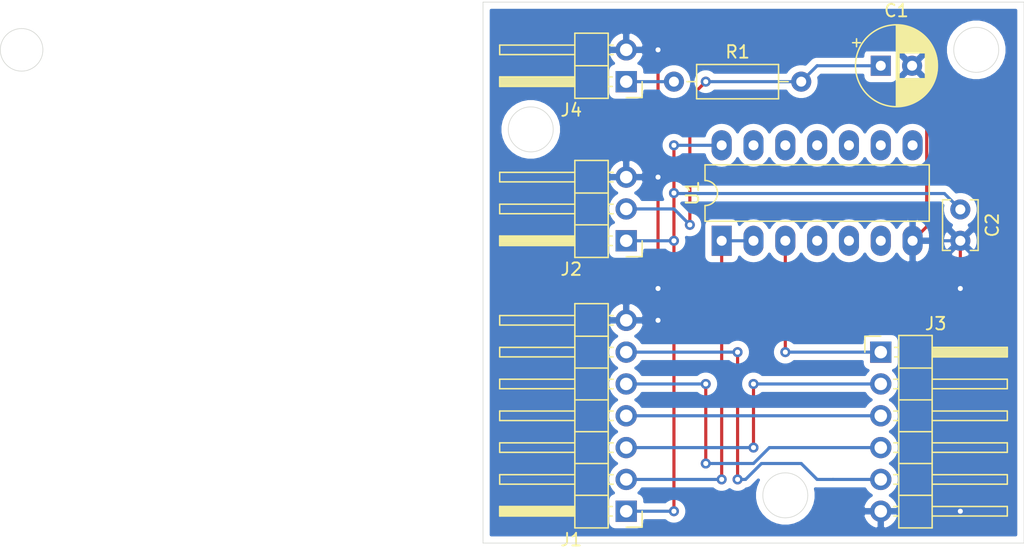
<source format=kicad_pcb>
(kicad_pcb (version 20171130) (host pcbnew "(5.1.12)-1")

  (general
    (thickness 1.6)
    (drawings 8)
    (tracks 92)
    (zones 0)
    (modules 8)
    (nets 11)
  )

  (page A4)
  (layers
    (0 F.Cu signal)
    (31 B.Cu signal)
    (32 B.Adhes user)
    (33 F.Adhes user)
    (34 B.Paste user)
    (35 F.Paste user)
    (36 B.SilkS user)
    (37 F.SilkS user)
    (38 B.Mask user)
    (39 F.Mask user)
    (40 Dwgs.User user)
    (41 Cmts.User user)
    (42 Eco1.User user)
    (43 Eco2.User user)
    (44 Edge.Cuts user)
    (45 Margin user)
    (46 B.CrtYd user)
    (47 F.CrtYd user)
    (48 B.Fab user)
    (49 F.Fab user)
  )

  (setup
    (last_trace_width 0.25)
    (trace_clearance 0.2)
    (zone_clearance 0.508)
    (zone_45_only no)
    (trace_min 0.2)
    (via_size 0.8)
    (via_drill 0.4)
    (via_min_size 0.4)
    (via_min_drill 0.3)
    (uvia_size 0.3)
    (uvia_drill 0.1)
    (uvias_allowed no)
    (uvia_min_size 0.2)
    (uvia_min_drill 0.1)
    (edge_width 0.05)
    (segment_width 0.2)
    (pcb_text_width 0.3)
    (pcb_text_size 1.5 1.5)
    (mod_edge_width 0.12)
    (mod_text_size 1 1)
    (mod_text_width 0.15)
    (pad_size 1.524 1.524)
    (pad_drill 0.762)
    (pad_to_mask_clearance 0)
    (aux_axis_origin 0 0)
    (visible_elements FFFFFF7F)
    (pcbplotparams
      (layerselection 0x010fc_ffffffff)
      (usegerberextensions false)
      (usegerberattributes true)
      (usegerberadvancedattributes true)
      (creategerberjobfile true)
      (excludeedgelayer true)
      (linewidth 0.100000)
      (plotframeref false)
      (viasonmask false)
      (mode 1)
      (useauxorigin false)
      (hpglpennumber 1)
      (hpglpenspeed 20)
      (hpglpendiameter 15.000000)
      (psnegative false)
      (psa4output false)
      (plotreference true)
      (plotvalue true)
      (plotinvisibletext false)
      (padsonsilk false)
      (subtractmaskfromsilk false)
      (outputformat 1)
      (mirror false)
      (drillshape 1)
      (scaleselection 1)
      (outputdirectory ""))
  )

  (net 0 "")
  (net 1 "Net-(C1-Pad1)")
  (net 2 GND)
  (net 3 +5P)
  (net 4 /~MEMDI1_VRAM)
  (net 5 /~MEMDI1_4000_H-RAM)
  (net 6 /~MEMDI1_8000_ABS)
  (net 7 /~MEMDI2_8000_RAM)
  (net 8 /~MEMDI_C000_RAM)
  (net 9 /MEMDI1_VRAM)
  (net 10 "Net-(J4-Pad1)")

  (net_class Default "This is the default net class."
    (clearance 0.2)
    (trace_width 0.25)
    (via_dia 0.8)
    (via_drill 0.4)
    (uvia_dia 0.3)
    (uvia_drill 0.1)
    (add_net +5P)
    (add_net /MEMDI1_VRAM)
    (add_net /~MEMDI1_4000_H-RAM)
    (add_net /~MEMDI1_8000_ABS)
    (add_net /~MEMDI1_VRAM)
    (add_net /~MEMDI2_8000_RAM)
    (add_net /~MEMDI_C000_RAM)
    (add_net GND)
    (add_net "Net-(C1-Pad1)")
    (add_net "Net-(J4-Pad1)")
  )

  (module Capacitor_THT:CP_Radial_D6.3mm_P2.50mm (layer F.Cu) (tedit 5AE50EF0) (tstamp 654B8590)
    (at 68.58 105.41)
    (descr "CP, Radial series, Radial, pin pitch=2.50mm, , diameter=6.3mm, Electrolytic Capacitor")
    (tags "CP Radial series Radial pin pitch 2.50mm  diameter 6.3mm Electrolytic Capacitor")
    (path /654C991F)
    (fp_text reference C1 (at 1.25 -4.4) (layer F.SilkS)
      (effects (font (size 1 1) (thickness 0.15)))
    )
    (fp_text value 4u7 (at 1.25 4.4) (layer F.Fab)
      (effects (font (size 1 1) (thickness 0.15)))
    )
    (fp_line (start -1.935241 -2.154) (end -1.935241 -1.524) (layer F.SilkS) (width 0.12))
    (fp_line (start -2.250241 -1.839) (end -1.620241 -1.839) (layer F.SilkS) (width 0.12))
    (fp_line (start 4.491 -0.402) (end 4.491 0.402) (layer F.SilkS) (width 0.12))
    (fp_line (start 4.451 -0.633) (end 4.451 0.633) (layer F.SilkS) (width 0.12))
    (fp_line (start 4.411 -0.802) (end 4.411 0.802) (layer F.SilkS) (width 0.12))
    (fp_line (start 4.371 -0.94) (end 4.371 0.94) (layer F.SilkS) (width 0.12))
    (fp_line (start 4.331 -1.059) (end 4.331 1.059) (layer F.SilkS) (width 0.12))
    (fp_line (start 4.291 -1.165) (end 4.291 1.165) (layer F.SilkS) (width 0.12))
    (fp_line (start 4.251 -1.262) (end 4.251 1.262) (layer F.SilkS) (width 0.12))
    (fp_line (start 4.211 -1.35) (end 4.211 1.35) (layer F.SilkS) (width 0.12))
    (fp_line (start 4.171 -1.432) (end 4.171 1.432) (layer F.SilkS) (width 0.12))
    (fp_line (start 4.131 -1.509) (end 4.131 1.509) (layer F.SilkS) (width 0.12))
    (fp_line (start 4.091 -1.581) (end 4.091 1.581) (layer F.SilkS) (width 0.12))
    (fp_line (start 4.051 -1.65) (end 4.051 1.65) (layer F.SilkS) (width 0.12))
    (fp_line (start 4.011 -1.714) (end 4.011 1.714) (layer F.SilkS) (width 0.12))
    (fp_line (start 3.971 -1.776) (end 3.971 1.776) (layer F.SilkS) (width 0.12))
    (fp_line (start 3.931 -1.834) (end 3.931 1.834) (layer F.SilkS) (width 0.12))
    (fp_line (start 3.891 -1.89) (end 3.891 1.89) (layer F.SilkS) (width 0.12))
    (fp_line (start 3.851 -1.944) (end 3.851 1.944) (layer F.SilkS) (width 0.12))
    (fp_line (start 3.811 -1.995) (end 3.811 1.995) (layer F.SilkS) (width 0.12))
    (fp_line (start 3.771 -2.044) (end 3.771 2.044) (layer F.SilkS) (width 0.12))
    (fp_line (start 3.731 -2.092) (end 3.731 2.092) (layer F.SilkS) (width 0.12))
    (fp_line (start 3.691 -2.137) (end 3.691 2.137) (layer F.SilkS) (width 0.12))
    (fp_line (start 3.651 -2.182) (end 3.651 2.182) (layer F.SilkS) (width 0.12))
    (fp_line (start 3.611 -2.224) (end 3.611 2.224) (layer F.SilkS) (width 0.12))
    (fp_line (start 3.571 -2.265) (end 3.571 2.265) (layer F.SilkS) (width 0.12))
    (fp_line (start 3.531 1.04) (end 3.531 2.305) (layer F.SilkS) (width 0.12))
    (fp_line (start 3.531 -2.305) (end 3.531 -1.04) (layer F.SilkS) (width 0.12))
    (fp_line (start 3.491 1.04) (end 3.491 2.343) (layer F.SilkS) (width 0.12))
    (fp_line (start 3.491 -2.343) (end 3.491 -1.04) (layer F.SilkS) (width 0.12))
    (fp_line (start 3.451 1.04) (end 3.451 2.38) (layer F.SilkS) (width 0.12))
    (fp_line (start 3.451 -2.38) (end 3.451 -1.04) (layer F.SilkS) (width 0.12))
    (fp_line (start 3.411 1.04) (end 3.411 2.416) (layer F.SilkS) (width 0.12))
    (fp_line (start 3.411 -2.416) (end 3.411 -1.04) (layer F.SilkS) (width 0.12))
    (fp_line (start 3.371 1.04) (end 3.371 2.45) (layer F.SilkS) (width 0.12))
    (fp_line (start 3.371 -2.45) (end 3.371 -1.04) (layer F.SilkS) (width 0.12))
    (fp_line (start 3.331 1.04) (end 3.331 2.484) (layer F.SilkS) (width 0.12))
    (fp_line (start 3.331 -2.484) (end 3.331 -1.04) (layer F.SilkS) (width 0.12))
    (fp_line (start 3.291 1.04) (end 3.291 2.516) (layer F.SilkS) (width 0.12))
    (fp_line (start 3.291 -2.516) (end 3.291 -1.04) (layer F.SilkS) (width 0.12))
    (fp_line (start 3.251 1.04) (end 3.251 2.548) (layer F.SilkS) (width 0.12))
    (fp_line (start 3.251 -2.548) (end 3.251 -1.04) (layer F.SilkS) (width 0.12))
    (fp_line (start 3.211 1.04) (end 3.211 2.578) (layer F.SilkS) (width 0.12))
    (fp_line (start 3.211 -2.578) (end 3.211 -1.04) (layer F.SilkS) (width 0.12))
    (fp_line (start 3.171 1.04) (end 3.171 2.607) (layer F.SilkS) (width 0.12))
    (fp_line (start 3.171 -2.607) (end 3.171 -1.04) (layer F.SilkS) (width 0.12))
    (fp_line (start 3.131 1.04) (end 3.131 2.636) (layer F.SilkS) (width 0.12))
    (fp_line (start 3.131 -2.636) (end 3.131 -1.04) (layer F.SilkS) (width 0.12))
    (fp_line (start 3.091 1.04) (end 3.091 2.664) (layer F.SilkS) (width 0.12))
    (fp_line (start 3.091 -2.664) (end 3.091 -1.04) (layer F.SilkS) (width 0.12))
    (fp_line (start 3.051 1.04) (end 3.051 2.69) (layer F.SilkS) (width 0.12))
    (fp_line (start 3.051 -2.69) (end 3.051 -1.04) (layer F.SilkS) (width 0.12))
    (fp_line (start 3.011 1.04) (end 3.011 2.716) (layer F.SilkS) (width 0.12))
    (fp_line (start 3.011 -2.716) (end 3.011 -1.04) (layer F.SilkS) (width 0.12))
    (fp_line (start 2.971 1.04) (end 2.971 2.742) (layer F.SilkS) (width 0.12))
    (fp_line (start 2.971 -2.742) (end 2.971 -1.04) (layer F.SilkS) (width 0.12))
    (fp_line (start 2.931 1.04) (end 2.931 2.766) (layer F.SilkS) (width 0.12))
    (fp_line (start 2.931 -2.766) (end 2.931 -1.04) (layer F.SilkS) (width 0.12))
    (fp_line (start 2.891 1.04) (end 2.891 2.79) (layer F.SilkS) (width 0.12))
    (fp_line (start 2.891 -2.79) (end 2.891 -1.04) (layer F.SilkS) (width 0.12))
    (fp_line (start 2.851 1.04) (end 2.851 2.812) (layer F.SilkS) (width 0.12))
    (fp_line (start 2.851 -2.812) (end 2.851 -1.04) (layer F.SilkS) (width 0.12))
    (fp_line (start 2.811 1.04) (end 2.811 2.834) (layer F.SilkS) (width 0.12))
    (fp_line (start 2.811 -2.834) (end 2.811 -1.04) (layer F.SilkS) (width 0.12))
    (fp_line (start 2.771 1.04) (end 2.771 2.856) (layer F.SilkS) (width 0.12))
    (fp_line (start 2.771 -2.856) (end 2.771 -1.04) (layer F.SilkS) (width 0.12))
    (fp_line (start 2.731 1.04) (end 2.731 2.876) (layer F.SilkS) (width 0.12))
    (fp_line (start 2.731 -2.876) (end 2.731 -1.04) (layer F.SilkS) (width 0.12))
    (fp_line (start 2.691 1.04) (end 2.691 2.896) (layer F.SilkS) (width 0.12))
    (fp_line (start 2.691 -2.896) (end 2.691 -1.04) (layer F.SilkS) (width 0.12))
    (fp_line (start 2.651 1.04) (end 2.651 2.916) (layer F.SilkS) (width 0.12))
    (fp_line (start 2.651 -2.916) (end 2.651 -1.04) (layer F.SilkS) (width 0.12))
    (fp_line (start 2.611 1.04) (end 2.611 2.934) (layer F.SilkS) (width 0.12))
    (fp_line (start 2.611 -2.934) (end 2.611 -1.04) (layer F.SilkS) (width 0.12))
    (fp_line (start 2.571 1.04) (end 2.571 2.952) (layer F.SilkS) (width 0.12))
    (fp_line (start 2.571 -2.952) (end 2.571 -1.04) (layer F.SilkS) (width 0.12))
    (fp_line (start 2.531 1.04) (end 2.531 2.97) (layer F.SilkS) (width 0.12))
    (fp_line (start 2.531 -2.97) (end 2.531 -1.04) (layer F.SilkS) (width 0.12))
    (fp_line (start 2.491 1.04) (end 2.491 2.986) (layer F.SilkS) (width 0.12))
    (fp_line (start 2.491 -2.986) (end 2.491 -1.04) (layer F.SilkS) (width 0.12))
    (fp_line (start 2.451 1.04) (end 2.451 3.002) (layer F.SilkS) (width 0.12))
    (fp_line (start 2.451 -3.002) (end 2.451 -1.04) (layer F.SilkS) (width 0.12))
    (fp_line (start 2.411 1.04) (end 2.411 3.018) (layer F.SilkS) (width 0.12))
    (fp_line (start 2.411 -3.018) (end 2.411 -1.04) (layer F.SilkS) (width 0.12))
    (fp_line (start 2.371 1.04) (end 2.371 3.033) (layer F.SilkS) (width 0.12))
    (fp_line (start 2.371 -3.033) (end 2.371 -1.04) (layer F.SilkS) (width 0.12))
    (fp_line (start 2.331 1.04) (end 2.331 3.047) (layer F.SilkS) (width 0.12))
    (fp_line (start 2.331 -3.047) (end 2.331 -1.04) (layer F.SilkS) (width 0.12))
    (fp_line (start 2.291 1.04) (end 2.291 3.061) (layer F.SilkS) (width 0.12))
    (fp_line (start 2.291 -3.061) (end 2.291 -1.04) (layer F.SilkS) (width 0.12))
    (fp_line (start 2.251 1.04) (end 2.251 3.074) (layer F.SilkS) (width 0.12))
    (fp_line (start 2.251 -3.074) (end 2.251 -1.04) (layer F.SilkS) (width 0.12))
    (fp_line (start 2.211 1.04) (end 2.211 3.086) (layer F.SilkS) (width 0.12))
    (fp_line (start 2.211 -3.086) (end 2.211 -1.04) (layer F.SilkS) (width 0.12))
    (fp_line (start 2.171 1.04) (end 2.171 3.098) (layer F.SilkS) (width 0.12))
    (fp_line (start 2.171 -3.098) (end 2.171 -1.04) (layer F.SilkS) (width 0.12))
    (fp_line (start 2.131 1.04) (end 2.131 3.11) (layer F.SilkS) (width 0.12))
    (fp_line (start 2.131 -3.11) (end 2.131 -1.04) (layer F.SilkS) (width 0.12))
    (fp_line (start 2.091 1.04) (end 2.091 3.121) (layer F.SilkS) (width 0.12))
    (fp_line (start 2.091 -3.121) (end 2.091 -1.04) (layer F.SilkS) (width 0.12))
    (fp_line (start 2.051 1.04) (end 2.051 3.131) (layer F.SilkS) (width 0.12))
    (fp_line (start 2.051 -3.131) (end 2.051 -1.04) (layer F.SilkS) (width 0.12))
    (fp_line (start 2.011 1.04) (end 2.011 3.141) (layer F.SilkS) (width 0.12))
    (fp_line (start 2.011 -3.141) (end 2.011 -1.04) (layer F.SilkS) (width 0.12))
    (fp_line (start 1.971 1.04) (end 1.971 3.15) (layer F.SilkS) (width 0.12))
    (fp_line (start 1.971 -3.15) (end 1.971 -1.04) (layer F.SilkS) (width 0.12))
    (fp_line (start 1.93 1.04) (end 1.93 3.159) (layer F.SilkS) (width 0.12))
    (fp_line (start 1.93 -3.159) (end 1.93 -1.04) (layer F.SilkS) (width 0.12))
    (fp_line (start 1.89 1.04) (end 1.89 3.167) (layer F.SilkS) (width 0.12))
    (fp_line (start 1.89 -3.167) (end 1.89 -1.04) (layer F.SilkS) (width 0.12))
    (fp_line (start 1.85 1.04) (end 1.85 3.175) (layer F.SilkS) (width 0.12))
    (fp_line (start 1.85 -3.175) (end 1.85 -1.04) (layer F.SilkS) (width 0.12))
    (fp_line (start 1.81 1.04) (end 1.81 3.182) (layer F.SilkS) (width 0.12))
    (fp_line (start 1.81 -3.182) (end 1.81 -1.04) (layer F.SilkS) (width 0.12))
    (fp_line (start 1.77 1.04) (end 1.77 3.189) (layer F.SilkS) (width 0.12))
    (fp_line (start 1.77 -3.189) (end 1.77 -1.04) (layer F.SilkS) (width 0.12))
    (fp_line (start 1.73 1.04) (end 1.73 3.195) (layer F.SilkS) (width 0.12))
    (fp_line (start 1.73 -3.195) (end 1.73 -1.04) (layer F.SilkS) (width 0.12))
    (fp_line (start 1.69 1.04) (end 1.69 3.201) (layer F.SilkS) (width 0.12))
    (fp_line (start 1.69 -3.201) (end 1.69 -1.04) (layer F.SilkS) (width 0.12))
    (fp_line (start 1.65 1.04) (end 1.65 3.206) (layer F.SilkS) (width 0.12))
    (fp_line (start 1.65 -3.206) (end 1.65 -1.04) (layer F.SilkS) (width 0.12))
    (fp_line (start 1.61 1.04) (end 1.61 3.211) (layer F.SilkS) (width 0.12))
    (fp_line (start 1.61 -3.211) (end 1.61 -1.04) (layer F.SilkS) (width 0.12))
    (fp_line (start 1.57 1.04) (end 1.57 3.215) (layer F.SilkS) (width 0.12))
    (fp_line (start 1.57 -3.215) (end 1.57 -1.04) (layer F.SilkS) (width 0.12))
    (fp_line (start 1.53 1.04) (end 1.53 3.218) (layer F.SilkS) (width 0.12))
    (fp_line (start 1.53 -3.218) (end 1.53 -1.04) (layer F.SilkS) (width 0.12))
    (fp_line (start 1.49 1.04) (end 1.49 3.222) (layer F.SilkS) (width 0.12))
    (fp_line (start 1.49 -3.222) (end 1.49 -1.04) (layer F.SilkS) (width 0.12))
    (fp_line (start 1.45 -3.224) (end 1.45 3.224) (layer F.SilkS) (width 0.12))
    (fp_line (start 1.41 -3.227) (end 1.41 3.227) (layer F.SilkS) (width 0.12))
    (fp_line (start 1.37 -3.228) (end 1.37 3.228) (layer F.SilkS) (width 0.12))
    (fp_line (start 1.33 -3.23) (end 1.33 3.23) (layer F.SilkS) (width 0.12))
    (fp_line (start 1.29 -3.23) (end 1.29 3.23) (layer F.SilkS) (width 0.12))
    (fp_line (start 1.25 -3.23) (end 1.25 3.23) (layer F.SilkS) (width 0.12))
    (fp_line (start -1.128972 -1.6885) (end -1.128972 -1.0585) (layer F.Fab) (width 0.1))
    (fp_line (start -1.443972 -1.3735) (end -0.813972 -1.3735) (layer F.Fab) (width 0.1))
    (fp_circle (center 1.25 0) (end 4.65 0) (layer F.CrtYd) (width 0.05))
    (fp_circle (center 1.25 0) (end 4.52 0) (layer F.SilkS) (width 0.12))
    (fp_circle (center 1.25 0) (end 4.4 0) (layer F.Fab) (width 0.1))
    (fp_text user %R (at 1.25 0) (layer F.Fab)
      (effects (font (size 1 1) (thickness 0.15)))
    )
    (pad 1 thru_hole rect (at 0 0) (size 1.6 1.6) (drill 0.8) (layers *.Cu *.Mask)
      (net 1 "Net-(C1-Pad1)"))
    (pad 2 thru_hole circle (at 2.5 0) (size 1.6 1.6) (drill 0.8) (layers *.Cu *.Mask)
      (net 2 GND))
    (model ${KISYS3DMOD}/Capacitor_THT.3dshapes/CP_Radial_D6.3mm_P2.50mm.wrl
      (at (xyz 0 0 0))
      (scale (xyz 1 1 1))
      (rotate (xyz 0 0 0))
    )
  )

  (module Capacitor_THT:C_Disc_D3.8mm_W2.6mm_P2.50mm (layer F.Cu) (tedit 5AE50EF0) (tstamp 654B85A5)
    (at 74.93 116.88 270)
    (descr "C, Disc series, Radial, pin pitch=2.50mm, , diameter*width=3.8*2.6mm^2, Capacitor, http://www.vishay.com/docs/45233/krseries.pdf")
    (tags "C Disc series Radial pin pitch 2.50mm  diameter 3.8mm width 2.6mm Capacitor")
    (path /654BF2BD)
    (fp_text reference C2 (at 1.25 -2.55 90) (layer F.SilkS)
      (effects (font (size 1 1) (thickness 0.15)))
    )
    (fp_text value 100n (at 1.25 2.55 90) (layer F.Fab)
      (effects (font (size 1 1) (thickness 0.15)))
    )
    (fp_line (start 3.55 -1.55) (end -1.05 -1.55) (layer F.CrtYd) (width 0.05))
    (fp_line (start 3.55 1.55) (end 3.55 -1.55) (layer F.CrtYd) (width 0.05))
    (fp_line (start -1.05 1.55) (end 3.55 1.55) (layer F.CrtYd) (width 0.05))
    (fp_line (start -1.05 -1.55) (end -1.05 1.55) (layer F.CrtYd) (width 0.05))
    (fp_line (start 3.27 0.795) (end 3.27 1.42) (layer F.SilkS) (width 0.12))
    (fp_line (start 3.27 -1.42) (end 3.27 -0.795) (layer F.SilkS) (width 0.12))
    (fp_line (start -0.77 0.795) (end -0.77 1.42) (layer F.SilkS) (width 0.12))
    (fp_line (start -0.77 -1.42) (end -0.77 -0.795) (layer F.SilkS) (width 0.12))
    (fp_line (start -0.77 1.42) (end 3.27 1.42) (layer F.SilkS) (width 0.12))
    (fp_line (start -0.77 -1.42) (end 3.27 -1.42) (layer F.SilkS) (width 0.12))
    (fp_line (start 3.15 -1.3) (end -0.65 -1.3) (layer F.Fab) (width 0.1))
    (fp_line (start 3.15 1.3) (end 3.15 -1.3) (layer F.Fab) (width 0.1))
    (fp_line (start -0.65 1.3) (end 3.15 1.3) (layer F.Fab) (width 0.1))
    (fp_line (start -0.65 -1.3) (end -0.65 1.3) (layer F.Fab) (width 0.1))
    (fp_text user %R (at 1.25 0 90) (layer F.Fab)
      (effects (font (size 0.76 0.76) (thickness 0.114)))
    )
    (pad 1 thru_hole circle (at 0 0 270) (size 1.6 1.6) (drill 0.8) (layers *.Cu *.Mask)
      (net 3 +5P))
    (pad 2 thru_hole circle (at 2.5 0 270) (size 1.6 1.6) (drill 0.8) (layers *.Cu *.Mask)
      (net 2 GND))
    (model ${KISYS3DMOD}/Capacitor_THT.3dshapes/C_Disc_D3.8mm_W2.6mm_P2.50mm.wrl
      (at (xyz 0 0 0))
      (scale (xyz 1 1 1))
      (rotate (xyz 0 0 0))
    )
  )

  (module Connector_PinHeader_2.54mm:PinHeader_1x07_P2.54mm_Horizontal (layer F.Cu) (tedit 59FED5CB) (tstamp 654B8619)
    (at 48.26 140.97 180)
    (descr "Through hole angled pin header, 1x07, 2.54mm pitch, 6mm pin length, single row")
    (tags "Through hole angled pin header THT 1x07 2.54mm single row")
    (path /654C772D)
    (fp_text reference J1 (at 4.385 -2.27) (layer F.SilkS)
      (effects (font (size 1 1) (thickness 0.15)))
    )
    (fp_text value Conn_01x07 (at 4.385 17.51) (layer F.Fab)
      (effects (font (size 1 1) (thickness 0.15)))
    )
    (fp_line (start 10.55 -1.8) (end -1.8 -1.8) (layer F.CrtYd) (width 0.05))
    (fp_line (start 10.55 17.05) (end 10.55 -1.8) (layer F.CrtYd) (width 0.05))
    (fp_line (start -1.8 17.05) (end 10.55 17.05) (layer F.CrtYd) (width 0.05))
    (fp_line (start -1.8 -1.8) (end -1.8 17.05) (layer F.CrtYd) (width 0.05))
    (fp_line (start -1.27 -1.27) (end 0 -1.27) (layer F.SilkS) (width 0.12))
    (fp_line (start -1.27 0) (end -1.27 -1.27) (layer F.SilkS) (width 0.12))
    (fp_line (start 1.042929 15.62) (end 1.44 15.62) (layer F.SilkS) (width 0.12))
    (fp_line (start 1.042929 14.86) (end 1.44 14.86) (layer F.SilkS) (width 0.12))
    (fp_line (start 10.1 15.62) (end 4.1 15.62) (layer F.SilkS) (width 0.12))
    (fp_line (start 10.1 14.86) (end 10.1 15.62) (layer F.SilkS) (width 0.12))
    (fp_line (start 4.1 14.86) (end 10.1 14.86) (layer F.SilkS) (width 0.12))
    (fp_line (start 1.44 13.97) (end 4.1 13.97) (layer F.SilkS) (width 0.12))
    (fp_line (start 1.042929 13.08) (end 1.44 13.08) (layer F.SilkS) (width 0.12))
    (fp_line (start 1.042929 12.32) (end 1.44 12.32) (layer F.SilkS) (width 0.12))
    (fp_line (start 10.1 13.08) (end 4.1 13.08) (layer F.SilkS) (width 0.12))
    (fp_line (start 10.1 12.32) (end 10.1 13.08) (layer F.SilkS) (width 0.12))
    (fp_line (start 4.1 12.32) (end 10.1 12.32) (layer F.SilkS) (width 0.12))
    (fp_line (start 1.44 11.43) (end 4.1 11.43) (layer F.SilkS) (width 0.12))
    (fp_line (start 1.042929 10.54) (end 1.44 10.54) (layer F.SilkS) (width 0.12))
    (fp_line (start 1.042929 9.78) (end 1.44 9.78) (layer F.SilkS) (width 0.12))
    (fp_line (start 10.1 10.54) (end 4.1 10.54) (layer F.SilkS) (width 0.12))
    (fp_line (start 10.1 9.78) (end 10.1 10.54) (layer F.SilkS) (width 0.12))
    (fp_line (start 4.1 9.78) (end 10.1 9.78) (layer F.SilkS) (width 0.12))
    (fp_line (start 1.44 8.89) (end 4.1 8.89) (layer F.SilkS) (width 0.12))
    (fp_line (start 1.042929 8) (end 1.44 8) (layer F.SilkS) (width 0.12))
    (fp_line (start 1.042929 7.24) (end 1.44 7.24) (layer F.SilkS) (width 0.12))
    (fp_line (start 10.1 8) (end 4.1 8) (layer F.SilkS) (width 0.12))
    (fp_line (start 10.1 7.24) (end 10.1 8) (layer F.SilkS) (width 0.12))
    (fp_line (start 4.1 7.24) (end 10.1 7.24) (layer F.SilkS) (width 0.12))
    (fp_line (start 1.44 6.35) (end 4.1 6.35) (layer F.SilkS) (width 0.12))
    (fp_line (start 1.042929 5.46) (end 1.44 5.46) (layer F.SilkS) (width 0.12))
    (fp_line (start 1.042929 4.7) (end 1.44 4.7) (layer F.SilkS) (width 0.12))
    (fp_line (start 10.1 5.46) (end 4.1 5.46) (layer F.SilkS) (width 0.12))
    (fp_line (start 10.1 4.7) (end 10.1 5.46) (layer F.SilkS) (width 0.12))
    (fp_line (start 4.1 4.7) (end 10.1 4.7) (layer F.SilkS) (width 0.12))
    (fp_line (start 1.44 3.81) (end 4.1 3.81) (layer F.SilkS) (width 0.12))
    (fp_line (start 1.042929 2.92) (end 1.44 2.92) (layer F.SilkS) (width 0.12))
    (fp_line (start 1.042929 2.16) (end 1.44 2.16) (layer F.SilkS) (width 0.12))
    (fp_line (start 10.1 2.92) (end 4.1 2.92) (layer F.SilkS) (width 0.12))
    (fp_line (start 10.1 2.16) (end 10.1 2.92) (layer F.SilkS) (width 0.12))
    (fp_line (start 4.1 2.16) (end 10.1 2.16) (layer F.SilkS) (width 0.12))
    (fp_line (start 1.44 1.27) (end 4.1 1.27) (layer F.SilkS) (width 0.12))
    (fp_line (start 1.11 0.38) (end 1.44 0.38) (layer F.SilkS) (width 0.12))
    (fp_line (start 1.11 -0.38) (end 1.44 -0.38) (layer F.SilkS) (width 0.12))
    (fp_line (start 4.1 0.28) (end 10.1 0.28) (layer F.SilkS) (width 0.12))
    (fp_line (start 4.1 0.16) (end 10.1 0.16) (layer F.SilkS) (width 0.12))
    (fp_line (start 4.1 0.04) (end 10.1 0.04) (layer F.SilkS) (width 0.12))
    (fp_line (start 4.1 -0.08) (end 10.1 -0.08) (layer F.SilkS) (width 0.12))
    (fp_line (start 4.1 -0.2) (end 10.1 -0.2) (layer F.SilkS) (width 0.12))
    (fp_line (start 4.1 -0.32) (end 10.1 -0.32) (layer F.SilkS) (width 0.12))
    (fp_line (start 10.1 0.38) (end 4.1 0.38) (layer F.SilkS) (width 0.12))
    (fp_line (start 10.1 -0.38) (end 10.1 0.38) (layer F.SilkS) (width 0.12))
    (fp_line (start 4.1 -0.38) (end 10.1 -0.38) (layer F.SilkS) (width 0.12))
    (fp_line (start 4.1 -1.33) (end 1.44 -1.33) (layer F.SilkS) (width 0.12))
    (fp_line (start 4.1 16.57) (end 4.1 -1.33) (layer F.SilkS) (width 0.12))
    (fp_line (start 1.44 16.57) (end 4.1 16.57) (layer F.SilkS) (width 0.12))
    (fp_line (start 1.44 -1.33) (end 1.44 16.57) (layer F.SilkS) (width 0.12))
    (fp_line (start 4.04 15.56) (end 10.04 15.56) (layer F.Fab) (width 0.1))
    (fp_line (start 10.04 14.92) (end 10.04 15.56) (layer F.Fab) (width 0.1))
    (fp_line (start 4.04 14.92) (end 10.04 14.92) (layer F.Fab) (width 0.1))
    (fp_line (start -0.32 15.56) (end 1.5 15.56) (layer F.Fab) (width 0.1))
    (fp_line (start -0.32 14.92) (end -0.32 15.56) (layer F.Fab) (width 0.1))
    (fp_line (start -0.32 14.92) (end 1.5 14.92) (layer F.Fab) (width 0.1))
    (fp_line (start 4.04 13.02) (end 10.04 13.02) (layer F.Fab) (width 0.1))
    (fp_line (start 10.04 12.38) (end 10.04 13.02) (layer F.Fab) (width 0.1))
    (fp_line (start 4.04 12.38) (end 10.04 12.38) (layer F.Fab) (width 0.1))
    (fp_line (start -0.32 13.02) (end 1.5 13.02) (layer F.Fab) (width 0.1))
    (fp_line (start -0.32 12.38) (end -0.32 13.02) (layer F.Fab) (width 0.1))
    (fp_line (start -0.32 12.38) (end 1.5 12.38) (layer F.Fab) (width 0.1))
    (fp_line (start 4.04 10.48) (end 10.04 10.48) (layer F.Fab) (width 0.1))
    (fp_line (start 10.04 9.84) (end 10.04 10.48) (layer F.Fab) (width 0.1))
    (fp_line (start 4.04 9.84) (end 10.04 9.84) (layer F.Fab) (width 0.1))
    (fp_line (start -0.32 10.48) (end 1.5 10.48) (layer F.Fab) (width 0.1))
    (fp_line (start -0.32 9.84) (end -0.32 10.48) (layer F.Fab) (width 0.1))
    (fp_line (start -0.32 9.84) (end 1.5 9.84) (layer F.Fab) (width 0.1))
    (fp_line (start 4.04 7.94) (end 10.04 7.94) (layer F.Fab) (width 0.1))
    (fp_line (start 10.04 7.3) (end 10.04 7.94) (layer F.Fab) (width 0.1))
    (fp_line (start 4.04 7.3) (end 10.04 7.3) (layer F.Fab) (width 0.1))
    (fp_line (start -0.32 7.94) (end 1.5 7.94) (layer F.Fab) (width 0.1))
    (fp_line (start -0.32 7.3) (end -0.32 7.94) (layer F.Fab) (width 0.1))
    (fp_line (start -0.32 7.3) (end 1.5 7.3) (layer F.Fab) (width 0.1))
    (fp_line (start 4.04 5.4) (end 10.04 5.4) (layer F.Fab) (width 0.1))
    (fp_line (start 10.04 4.76) (end 10.04 5.4) (layer F.Fab) (width 0.1))
    (fp_line (start 4.04 4.76) (end 10.04 4.76) (layer F.Fab) (width 0.1))
    (fp_line (start -0.32 5.4) (end 1.5 5.4) (layer F.Fab) (width 0.1))
    (fp_line (start -0.32 4.76) (end -0.32 5.4) (layer F.Fab) (width 0.1))
    (fp_line (start -0.32 4.76) (end 1.5 4.76) (layer F.Fab) (width 0.1))
    (fp_line (start 4.04 2.86) (end 10.04 2.86) (layer F.Fab) (width 0.1))
    (fp_line (start 10.04 2.22) (end 10.04 2.86) (layer F.Fab) (width 0.1))
    (fp_line (start 4.04 2.22) (end 10.04 2.22) (layer F.Fab) (width 0.1))
    (fp_line (start -0.32 2.86) (end 1.5 2.86) (layer F.Fab) (width 0.1))
    (fp_line (start -0.32 2.22) (end -0.32 2.86) (layer F.Fab) (width 0.1))
    (fp_line (start -0.32 2.22) (end 1.5 2.22) (layer F.Fab) (width 0.1))
    (fp_line (start 4.04 0.32) (end 10.04 0.32) (layer F.Fab) (width 0.1))
    (fp_line (start 10.04 -0.32) (end 10.04 0.32) (layer F.Fab) (width 0.1))
    (fp_line (start 4.04 -0.32) (end 10.04 -0.32) (layer F.Fab) (width 0.1))
    (fp_line (start -0.32 0.32) (end 1.5 0.32) (layer F.Fab) (width 0.1))
    (fp_line (start -0.32 -0.32) (end -0.32 0.32) (layer F.Fab) (width 0.1))
    (fp_line (start -0.32 -0.32) (end 1.5 -0.32) (layer F.Fab) (width 0.1))
    (fp_line (start 1.5 -0.635) (end 2.135 -1.27) (layer F.Fab) (width 0.1))
    (fp_line (start 1.5 16.51) (end 1.5 -0.635) (layer F.Fab) (width 0.1))
    (fp_line (start 4.04 16.51) (end 1.5 16.51) (layer F.Fab) (width 0.1))
    (fp_line (start 4.04 -1.27) (end 4.04 16.51) (layer F.Fab) (width 0.1))
    (fp_line (start 2.135 -1.27) (end 4.04 -1.27) (layer F.Fab) (width 0.1))
    (fp_text user %R (at 2.77 7.62 90) (layer F.Fab)
      (effects (font (size 1 1) (thickness 0.15)))
    )
    (pad 1 thru_hole rect (at 0 0 180) (size 1.7 1.7) (drill 1) (layers *.Cu *.Mask)
      (net 3 +5P))
    (pad 2 thru_hole oval (at 0 2.54 180) (size 1.7 1.7) (drill 1) (layers *.Cu *.Mask)
      (net 4 /~MEMDI1_VRAM))
    (pad 3 thru_hole oval (at 0 5.08 180) (size 1.7 1.7) (drill 1) (layers *.Cu *.Mask)
      (net 5 /~MEMDI1_4000_H-RAM))
    (pad 4 thru_hole oval (at 0 7.62 180) (size 1.7 1.7) (drill 1) (layers *.Cu *.Mask)
      (net 6 /~MEMDI1_8000_ABS))
    (pad 5 thru_hole oval (at 0 10.16 180) (size 1.7 1.7) (drill 1) (layers *.Cu *.Mask)
      (net 7 /~MEMDI2_8000_RAM))
    (pad 6 thru_hole oval (at 0 12.7 180) (size 1.7 1.7) (drill 1) (layers *.Cu *.Mask)
      (net 8 /~MEMDI_C000_RAM))
    (pad 7 thru_hole oval (at 0 15.24 180) (size 1.7 1.7) (drill 1) (layers *.Cu *.Mask)
      (net 2 GND))
    (model ${KISYS3DMOD}/Connector_PinHeader_2.54mm.3dshapes/PinHeader_1x07_P2.54mm_Horizontal.wrl
      (at (xyz 0 0 0))
      (scale (xyz 1 1 1))
      (rotate (xyz 0 0 0))
    )
  )

  (module Connector_PinHeader_2.54mm:PinHeader_1x03_P2.54mm_Horizontal (layer F.Cu) (tedit 59FED5CB) (tstamp 654B8659)
    (at 48.26 119.38 180)
    (descr "Through hole angled pin header, 1x03, 2.54mm pitch, 6mm pin length, single row")
    (tags "Through hole angled pin header THT 1x03 2.54mm single row")
    (path /654CACB6)
    (fp_text reference J2 (at 4.385 -2.27) (layer F.SilkS)
      (effects (font (size 1 1) (thickness 0.15)))
    )
    (fp_text value Conn_01x03 (at 4.385 7.35) (layer F.Fab)
      (effects (font (size 1 1) (thickness 0.15)))
    )
    (fp_line (start 10.55 -1.8) (end -1.8 -1.8) (layer F.CrtYd) (width 0.05))
    (fp_line (start 10.55 6.85) (end 10.55 -1.8) (layer F.CrtYd) (width 0.05))
    (fp_line (start -1.8 6.85) (end 10.55 6.85) (layer F.CrtYd) (width 0.05))
    (fp_line (start -1.8 -1.8) (end -1.8 6.85) (layer F.CrtYd) (width 0.05))
    (fp_line (start -1.27 -1.27) (end 0 -1.27) (layer F.SilkS) (width 0.12))
    (fp_line (start -1.27 0) (end -1.27 -1.27) (layer F.SilkS) (width 0.12))
    (fp_line (start 1.042929 5.46) (end 1.44 5.46) (layer F.SilkS) (width 0.12))
    (fp_line (start 1.042929 4.7) (end 1.44 4.7) (layer F.SilkS) (width 0.12))
    (fp_line (start 10.1 5.46) (end 4.1 5.46) (layer F.SilkS) (width 0.12))
    (fp_line (start 10.1 4.7) (end 10.1 5.46) (layer F.SilkS) (width 0.12))
    (fp_line (start 4.1 4.7) (end 10.1 4.7) (layer F.SilkS) (width 0.12))
    (fp_line (start 1.44 3.81) (end 4.1 3.81) (layer F.SilkS) (width 0.12))
    (fp_line (start 1.042929 2.92) (end 1.44 2.92) (layer F.SilkS) (width 0.12))
    (fp_line (start 1.042929 2.16) (end 1.44 2.16) (layer F.SilkS) (width 0.12))
    (fp_line (start 10.1 2.92) (end 4.1 2.92) (layer F.SilkS) (width 0.12))
    (fp_line (start 10.1 2.16) (end 10.1 2.92) (layer F.SilkS) (width 0.12))
    (fp_line (start 4.1 2.16) (end 10.1 2.16) (layer F.SilkS) (width 0.12))
    (fp_line (start 1.44 1.27) (end 4.1 1.27) (layer F.SilkS) (width 0.12))
    (fp_line (start 1.11 0.38) (end 1.44 0.38) (layer F.SilkS) (width 0.12))
    (fp_line (start 1.11 -0.38) (end 1.44 -0.38) (layer F.SilkS) (width 0.12))
    (fp_line (start 4.1 0.28) (end 10.1 0.28) (layer F.SilkS) (width 0.12))
    (fp_line (start 4.1 0.16) (end 10.1 0.16) (layer F.SilkS) (width 0.12))
    (fp_line (start 4.1 0.04) (end 10.1 0.04) (layer F.SilkS) (width 0.12))
    (fp_line (start 4.1 -0.08) (end 10.1 -0.08) (layer F.SilkS) (width 0.12))
    (fp_line (start 4.1 -0.2) (end 10.1 -0.2) (layer F.SilkS) (width 0.12))
    (fp_line (start 4.1 -0.32) (end 10.1 -0.32) (layer F.SilkS) (width 0.12))
    (fp_line (start 10.1 0.38) (end 4.1 0.38) (layer F.SilkS) (width 0.12))
    (fp_line (start 10.1 -0.38) (end 10.1 0.38) (layer F.SilkS) (width 0.12))
    (fp_line (start 4.1 -0.38) (end 10.1 -0.38) (layer F.SilkS) (width 0.12))
    (fp_line (start 4.1 -1.33) (end 1.44 -1.33) (layer F.SilkS) (width 0.12))
    (fp_line (start 4.1 6.41) (end 4.1 -1.33) (layer F.SilkS) (width 0.12))
    (fp_line (start 1.44 6.41) (end 4.1 6.41) (layer F.SilkS) (width 0.12))
    (fp_line (start 1.44 -1.33) (end 1.44 6.41) (layer F.SilkS) (width 0.12))
    (fp_line (start 4.04 5.4) (end 10.04 5.4) (layer F.Fab) (width 0.1))
    (fp_line (start 10.04 4.76) (end 10.04 5.4) (layer F.Fab) (width 0.1))
    (fp_line (start 4.04 4.76) (end 10.04 4.76) (layer F.Fab) (width 0.1))
    (fp_line (start -0.32 5.4) (end 1.5 5.4) (layer F.Fab) (width 0.1))
    (fp_line (start -0.32 4.76) (end -0.32 5.4) (layer F.Fab) (width 0.1))
    (fp_line (start -0.32 4.76) (end 1.5 4.76) (layer F.Fab) (width 0.1))
    (fp_line (start 4.04 2.86) (end 10.04 2.86) (layer F.Fab) (width 0.1))
    (fp_line (start 10.04 2.22) (end 10.04 2.86) (layer F.Fab) (width 0.1))
    (fp_line (start 4.04 2.22) (end 10.04 2.22) (layer F.Fab) (width 0.1))
    (fp_line (start -0.32 2.86) (end 1.5 2.86) (layer F.Fab) (width 0.1))
    (fp_line (start -0.32 2.22) (end -0.32 2.86) (layer F.Fab) (width 0.1))
    (fp_line (start -0.32 2.22) (end 1.5 2.22) (layer F.Fab) (width 0.1))
    (fp_line (start 4.04 0.32) (end 10.04 0.32) (layer F.Fab) (width 0.1))
    (fp_line (start 10.04 -0.32) (end 10.04 0.32) (layer F.Fab) (width 0.1))
    (fp_line (start 4.04 -0.32) (end 10.04 -0.32) (layer F.Fab) (width 0.1))
    (fp_line (start -0.32 0.32) (end 1.5 0.32) (layer F.Fab) (width 0.1))
    (fp_line (start -0.32 -0.32) (end -0.32 0.32) (layer F.Fab) (width 0.1))
    (fp_line (start -0.32 -0.32) (end 1.5 -0.32) (layer F.Fab) (width 0.1))
    (fp_line (start 1.5 -0.635) (end 2.135 -1.27) (layer F.Fab) (width 0.1))
    (fp_line (start 1.5 6.35) (end 1.5 -0.635) (layer F.Fab) (width 0.1))
    (fp_line (start 4.04 6.35) (end 1.5 6.35) (layer F.Fab) (width 0.1))
    (fp_line (start 4.04 -1.27) (end 4.04 6.35) (layer F.Fab) (width 0.1))
    (fp_line (start 2.135 -1.27) (end 4.04 -1.27) (layer F.Fab) (width 0.1))
    (fp_text user %R (at 2.77 2.54 90) (layer F.Fab)
      (effects (font (size 1 1) (thickness 0.15)))
    )
    (pad 1 thru_hole rect (at 0 0 180) (size 1.7 1.7) (drill 1) (layers *.Cu *.Mask)
      (net 3 +5P))
    (pad 2 thru_hole oval (at 0 2.54 180) (size 1.7 1.7) (drill 1) (layers *.Cu *.Mask)
      (net 1 "Net-(C1-Pad1)"))
    (pad 3 thru_hole oval (at 0 5.08 180) (size 1.7 1.7) (drill 1) (layers *.Cu *.Mask)
      (net 2 GND))
    (model ${KISYS3DMOD}/Connector_PinHeader_2.54mm.3dshapes/PinHeader_1x03_P2.54mm_Horizontal.wrl
      (at (xyz 0 0 0))
      (scale (xyz 1 1 1))
      (rotate (xyz 0 0 0))
    )
  )

  (module Connector_PinHeader_2.54mm:PinHeader_1x06_P2.54mm_Horizontal (layer F.Cu) (tedit 59FED5CB) (tstamp 654B86C0)
    (at 68.58 128.27)
    (descr "Through hole angled pin header, 1x06, 2.54mm pitch, 6mm pin length, single row")
    (tags "Through hole angled pin header THT 1x06 2.54mm single row")
    (path /654C0F42)
    (fp_text reference J3 (at 4.385 -2.27) (layer F.SilkS)
      (effects (font (size 1 1) (thickness 0.15)))
    )
    (fp_text value Conn_01x06 (at 4.385 14.97) (layer F.Fab)
      (effects (font (size 1 1) (thickness 0.15)))
    )
    (fp_line (start 10.55 -1.8) (end -1.8 -1.8) (layer F.CrtYd) (width 0.05))
    (fp_line (start 10.55 14.5) (end 10.55 -1.8) (layer F.CrtYd) (width 0.05))
    (fp_line (start -1.8 14.5) (end 10.55 14.5) (layer F.CrtYd) (width 0.05))
    (fp_line (start -1.8 -1.8) (end -1.8 14.5) (layer F.CrtYd) (width 0.05))
    (fp_line (start -1.27 -1.27) (end 0 -1.27) (layer F.SilkS) (width 0.12))
    (fp_line (start -1.27 0) (end -1.27 -1.27) (layer F.SilkS) (width 0.12))
    (fp_line (start 1.042929 13.08) (end 1.44 13.08) (layer F.SilkS) (width 0.12))
    (fp_line (start 1.042929 12.32) (end 1.44 12.32) (layer F.SilkS) (width 0.12))
    (fp_line (start 10.1 13.08) (end 4.1 13.08) (layer F.SilkS) (width 0.12))
    (fp_line (start 10.1 12.32) (end 10.1 13.08) (layer F.SilkS) (width 0.12))
    (fp_line (start 4.1 12.32) (end 10.1 12.32) (layer F.SilkS) (width 0.12))
    (fp_line (start 1.44 11.43) (end 4.1 11.43) (layer F.SilkS) (width 0.12))
    (fp_line (start 1.042929 10.54) (end 1.44 10.54) (layer F.SilkS) (width 0.12))
    (fp_line (start 1.042929 9.78) (end 1.44 9.78) (layer F.SilkS) (width 0.12))
    (fp_line (start 10.1 10.54) (end 4.1 10.54) (layer F.SilkS) (width 0.12))
    (fp_line (start 10.1 9.78) (end 10.1 10.54) (layer F.SilkS) (width 0.12))
    (fp_line (start 4.1 9.78) (end 10.1 9.78) (layer F.SilkS) (width 0.12))
    (fp_line (start 1.44 8.89) (end 4.1 8.89) (layer F.SilkS) (width 0.12))
    (fp_line (start 1.042929 8) (end 1.44 8) (layer F.SilkS) (width 0.12))
    (fp_line (start 1.042929 7.24) (end 1.44 7.24) (layer F.SilkS) (width 0.12))
    (fp_line (start 10.1 8) (end 4.1 8) (layer F.SilkS) (width 0.12))
    (fp_line (start 10.1 7.24) (end 10.1 8) (layer F.SilkS) (width 0.12))
    (fp_line (start 4.1 7.24) (end 10.1 7.24) (layer F.SilkS) (width 0.12))
    (fp_line (start 1.44 6.35) (end 4.1 6.35) (layer F.SilkS) (width 0.12))
    (fp_line (start 1.042929 5.46) (end 1.44 5.46) (layer F.SilkS) (width 0.12))
    (fp_line (start 1.042929 4.7) (end 1.44 4.7) (layer F.SilkS) (width 0.12))
    (fp_line (start 10.1 5.46) (end 4.1 5.46) (layer F.SilkS) (width 0.12))
    (fp_line (start 10.1 4.7) (end 10.1 5.46) (layer F.SilkS) (width 0.12))
    (fp_line (start 4.1 4.7) (end 10.1 4.7) (layer F.SilkS) (width 0.12))
    (fp_line (start 1.44 3.81) (end 4.1 3.81) (layer F.SilkS) (width 0.12))
    (fp_line (start 1.042929 2.92) (end 1.44 2.92) (layer F.SilkS) (width 0.12))
    (fp_line (start 1.042929 2.16) (end 1.44 2.16) (layer F.SilkS) (width 0.12))
    (fp_line (start 10.1 2.92) (end 4.1 2.92) (layer F.SilkS) (width 0.12))
    (fp_line (start 10.1 2.16) (end 10.1 2.92) (layer F.SilkS) (width 0.12))
    (fp_line (start 4.1 2.16) (end 10.1 2.16) (layer F.SilkS) (width 0.12))
    (fp_line (start 1.44 1.27) (end 4.1 1.27) (layer F.SilkS) (width 0.12))
    (fp_line (start 1.11 0.38) (end 1.44 0.38) (layer F.SilkS) (width 0.12))
    (fp_line (start 1.11 -0.38) (end 1.44 -0.38) (layer F.SilkS) (width 0.12))
    (fp_line (start 4.1 0.28) (end 10.1 0.28) (layer F.SilkS) (width 0.12))
    (fp_line (start 4.1 0.16) (end 10.1 0.16) (layer F.SilkS) (width 0.12))
    (fp_line (start 4.1 0.04) (end 10.1 0.04) (layer F.SilkS) (width 0.12))
    (fp_line (start 4.1 -0.08) (end 10.1 -0.08) (layer F.SilkS) (width 0.12))
    (fp_line (start 4.1 -0.2) (end 10.1 -0.2) (layer F.SilkS) (width 0.12))
    (fp_line (start 4.1 -0.32) (end 10.1 -0.32) (layer F.SilkS) (width 0.12))
    (fp_line (start 10.1 0.38) (end 4.1 0.38) (layer F.SilkS) (width 0.12))
    (fp_line (start 10.1 -0.38) (end 10.1 0.38) (layer F.SilkS) (width 0.12))
    (fp_line (start 4.1 -0.38) (end 10.1 -0.38) (layer F.SilkS) (width 0.12))
    (fp_line (start 4.1 -1.33) (end 1.44 -1.33) (layer F.SilkS) (width 0.12))
    (fp_line (start 4.1 14.03) (end 4.1 -1.33) (layer F.SilkS) (width 0.12))
    (fp_line (start 1.44 14.03) (end 4.1 14.03) (layer F.SilkS) (width 0.12))
    (fp_line (start 1.44 -1.33) (end 1.44 14.03) (layer F.SilkS) (width 0.12))
    (fp_line (start 4.04 13.02) (end 10.04 13.02) (layer F.Fab) (width 0.1))
    (fp_line (start 10.04 12.38) (end 10.04 13.02) (layer F.Fab) (width 0.1))
    (fp_line (start 4.04 12.38) (end 10.04 12.38) (layer F.Fab) (width 0.1))
    (fp_line (start -0.32 13.02) (end 1.5 13.02) (layer F.Fab) (width 0.1))
    (fp_line (start -0.32 12.38) (end -0.32 13.02) (layer F.Fab) (width 0.1))
    (fp_line (start -0.32 12.38) (end 1.5 12.38) (layer F.Fab) (width 0.1))
    (fp_line (start 4.04 10.48) (end 10.04 10.48) (layer F.Fab) (width 0.1))
    (fp_line (start 10.04 9.84) (end 10.04 10.48) (layer F.Fab) (width 0.1))
    (fp_line (start 4.04 9.84) (end 10.04 9.84) (layer F.Fab) (width 0.1))
    (fp_line (start -0.32 10.48) (end 1.5 10.48) (layer F.Fab) (width 0.1))
    (fp_line (start -0.32 9.84) (end -0.32 10.48) (layer F.Fab) (width 0.1))
    (fp_line (start -0.32 9.84) (end 1.5 9.84) (layer F.Fab) (width 0.1))
    (fp_line (start 4.04 7.94) (end 10.04 7.94) (layer F.Fab) (width 0.1))
    (fp_line (start 10.04 7.3) (end 10.04 7.94) (layer F.Fab) (width 0.1))
    (fp_line (start 4.04 7.3) (end 10.04 7.3) (layer F.Fab) (width 0.1))
    (fp_line (start -0.32 7.94) (end 1.5 7.94) (layer F.Fab) (width 0.1))
    (fp_line (start -0.32 7.3) (end -0.32 7.94) (layer F.Fab) (width 0.1))
    (fp_line (start -0.32 7.3) (end 1.5 7.3) (layer F.Fab) (width 0.1))
    (fp_line (start 4.04 5.4) (end 10.04 5.4) (layer F.Fab) (width 0.1))
    (fp_line (start 10.04 4.76) (end 10.04 5.4) (layer F.Fab) (width 0.1))
    (fp_line (start 4.04 4.76) (end 10.04 4.76) (layer F.Fab) (width 0.1))
    (fp_line (start -0.32 5.4) (end 1.5 5.4) (layer F.Fab) (width 0.1))
    (fp_line (start -0.32 4.76) (end -0.32 5.4) (layer F.Fab) (width 0.1))
    (fp_line (start -0.32 4.76) (end 1.5 4.76) (layer F.Fab) (width 0.1))
    (fp_line (start 4.04 2.86) (end 10.04 2.86) (layer F.Fab) (width 0.1))
    (fp_line (start 10.04 2.22) (end 10.04 2.86) (layer F.Fab) (width 0.1))
    (fp_line (start 4.04 2.22) (end 10.04 2.22) (layer F.Fab) (width 0.1))
    (fp_line (start -0.32 2.86) (end 1.5 2.86) (layer F.Fab) (width 0.1))
    (fp_line (start -0.32 2.22) (end -0.32 2.86) (layer F.Fab) (width 0.1))
    (fp_line (start -0.32 2.22) (end 1.5 2.22) (layer F.Fab) (width 0.1))
    (fp_line (start 4.04 0.32) (end 10.04 0.32) (layer F.Fab) (width 0.1))
    (fp_line (start 10.04 -0.32) (end 10.04 0.32) (layer F.Fab) (width 0.1))
    (fp_line (start 4.04 -0.32) (end 10.04 -0.32) (layer F.Fab) (width 0.1))
    (fp_line (start -0.32 0.32) (end 1.5 0.32) (layer F.Fab) (width 0.1))
    (fp_line (start -0.32 -0.32) (end -0.32 0.32) (layer F.Fab) (width 0.1))
    (fp_line (start -0.32 -0.32) (end 1.5 -0.32) (layer F.Fab) (width 0.1))
    (fp_line (start 1.5 -0.635) (end 2.135 -1.27) (layer F.Fab) (width 0.1))
    (fp_line (start 1.5 13.97) (end 1.5 -0.635) (layer F.Fab) (width 0.1))
    (fp_line (start 4.04 13.97) (end 1.5 13.97) (layer F.Fab) (width 0.1))
    (fp_line (start 4.04 -1.27) (end 4.04 13.97) (layer F.Fab) (width 0.1))
    (fp_line (start 2.135 -1.27) (end 4.04 -1.27) (layer F.Fab) (width 0.1))
    (fp_text user %R (at 2.77 6.35 90) (layer F.Fab)
      (effects (font (size 1 1) (thickness 0.15)))
    )
    (pad 1 thru_hole rect (at 0 0) (size 1.7 1.7) (drill 1) (layers *.Cu *.Mask)
      (net 9 /MEMDI1_VRAM))
    (pad 2 thru_hole oval (at 0 2.54) (size 1.7 1.7) (drill 1) (layers *.Cu *.Mask)
      (net 5 /~MEMDI1_4000_H-RAM))
    (pad 3 thru_hole oval (at 0 5.08) (size 1.7 1.7) (drill 1) (layers *.Cu *.Mask)
      (net 6 /~MEMDI1_8000_ABS))
    (pad 4 thru_hole oval (at 0 7.62) (size 1.7 1.7) (drill 1) (layers *.Cu *.Mask)
      (net 7 /~MEMDI2_8000_RAM))
    (pad 5 thru_hole oval (at 0 10.16) (size 1.7 1.7) (drill 1) (layers *.Cu *.Mask)
      (net 8 /~MEMDI_C000_RAM))
    (pad 6 thru_hole oval (at 0 12.7) (size 1.7 1.7) (drill 1) (layers *.Cu *.Mask)
      (net 2 GND))
    (model ${KISYS3DMOD}/Connector_PinHeader_2.54mm.3dshapes/PinHeader_1x06_P2.54mm_Horizontal.wrl
      (at (xyz 0 0 0))
      (scale (xyz 1 1 1))
      (rotate (xyz 0 0 0))
    )
  )

  (module Connector_PinHeader_2.54mm:PinHeader_1x02_P2.54mm_Horizontal (layer F.Cu) (tedit 59FED5CB) (tstamp 654B86F3)
    (at 48.26 106.68 180)
    (descr "Through hole angled pin header, 1x02, 2.54mm pitch, 6mm pin length, single row")
    (tags "Through hole angled pin header THT 1x02 2.54mm single row")
    (path /654CCB3E)
    (fp_text reference J4 (at 4.385 -2.27) (layer F.SilkS)
      (effects (font (size 1 1) (thickness 0.15)))
    )
    (fp_text value Conn_01x02 (at 4.385 4.81) (layer F.Fab)
      (effects (font (size 1 1) (thickness 0.15)))
    )
    (fp_line (start 10.55 -1.8) (end -1.8 -1.8) (layer F.CrtYd) (width 0.05))
    (fp_line (start 10.55 4.35) (end 10.55 -1.8) (layer F.CrtYd) (width 0.05))
    (fp_line (start -1.8 4.35) (end 10.55 4.35) (layer F.CrtYd) (width 0.05))
    (fp_line (start -1.8 -1.8) (end -1.8 4.35) (layer F.CrtYd) (width 0.05))
    (fp_line (start -1.27 -1.27) (end 0 -1.27) (layer F.SilkS) (width 0.12))
    (fp_line (start -1.27 0) (end -1.27 -1.27) (layer F.SilkS) (width 0.12))
    (fp_line (start 1.042929 2.92) (end 1.44 2.92) (layer F.SilkS) (width 0.12))
    (fp_line (start 1.042929 2.16) (end 1.44 2.16) (layer F.SilkS) (width 0.12))
    (fp_line (start 10.1 2.92) (end 4.1 2.92) (layer F.SilkS) (width 0.12))
    (fp_line (start 10.1 2.16) (end 10.1 2.92) (layer F.SilkS) (width 0.12))
    (fp_line (start 4.1 2.16) (end 10.1 2.16) (layer F.SilkS) (width 0.12))
    (fp_line (start 1.44 1.27) (end 4.1 1.27) (layer F.SilkS) (width 0.12))
    (fp_line (start 1.11 0.38) (end 1.44 0.38) (layer F.SilkS) (width 0.12))
    (fp_line (start 1.11 -0.38) (end 1.44 -0.38) (layer F.SilkS) (width 0.12))
    (fp_line (start 4.1 0.28) (end 10.1 0.28) (layer F.SilkS) (width 0.12))
    (fp_line (start 4.1 0.16) (end 10.1 0.16) (layer F.SilkS) (width 0.12))
    (fp_line (start 4.1 0.04) (end 10.1 0.04) (layer F.SilkS) (width 0.12))
    (fp_line (start 4.1 -0.08) (end 10.1 -0.08) (layer F.SilkS) (width 0.12))
    (fp_line (start 4.1 -0.2) (end 10.1 -0.2) (layer F.SilkS) (width 0.12))
    (fp_line (start 4.1 -0.32) (end 10.1 -0.32) (layer F.SilkS) (width 0.12))
    (fp_line (start 10.1 0.38) (end 4.1 0.38) (layer F.SilkS) (width 0.12))
    (fp_line (start 10.1 -0.38) (end 10.1 0.38) (layer F.SilkS) (width 0.12))
    (fp_line (start 4.1 -0.38) (end 10.1 -0.38) (layer F.SilkS) (width 0.12))
    (fp_line (start 4.1 -1.33) (end 1.44 -1.33) (layer F.SilkS) (width 0.12))
    (fp_line (start 4.1 3.87) (end 4.1 -1.33) (layer F.SilkS) (width 0.12))
    (fp_line (start 1.44 3.87) (end 4.1 3.87) (layer F.SilkS) (width 0.12))
    (fp_line (start 1.44 -1.33) (end 1.44 3.87) (layer F.SilkS) (width 0.12))
    (fp_line (start 4.04 2.86) (end 10.04 2.86) (layer F.Fab) (width 0.1))
    (fp_line (start 10.04 2.22) (end 10.04 2.86) (layer F.Fab) (width 0.1))
    (fp_line (start 4.04 2.22) (end 10.04 2.22) (layer F.Fab) (width 0.1))
    (fp_line (start -0.32 2.86) (end 1.5 2.86) (layer F.Fab) (width 0.1))
    (fp_line (start -0.32 2.22) (end -0.32 2.86) (layer F.Fab) (width 0.1))
    (fp_line (start -0.32 2.22) (end 1.5 2.22) (layer F.Fab) (width 0.1))
    (fp_line (start 4.04 0.32) (end 10.04 0.32) (layer F.Fab) (width 0.1))
    (fp_line (start 10.04 -0.32) (end 10.04 0.32) (layer F.Fab) (width 0.1))
    (fp_line (start 4.04 -0.32) (end 10.04 -0.32) (layer F.Fab) (width 0.1))
    (fp_line (start -0.32 0.32) (end 1.5 0.32) (layer F.Fab) (width 0.1))
    (fp_line (start -0.32 -0.32) (end -0.32 0.32) (layer F.Fab) (width 0.1))
    (fp_line (start -0.32 -0.32) (end 1.5 -0.32) (layer F.Fab) (width 0.1))
    (fp_line (start 1.5 -0.635) (end 2.135 -1.27) (layer F.Fab) (width 0.1))
    (fp_line (start 1.5 3.81) (end 1.5 -0.635) (layer F.Fab) (width 0.1))
    (fp_line (start 4.04 3.81) (end 1.5 3.81) (layer F.Fab) (width 0.1))
    (fp_line (start 4.04 -1.27) (end 4.04 3.81) (layer F.Fab) (width 0.1))
    (fp_line (start 2.135 -1.27) (end 4.04 -1.27) (layer F.Fab) (width 0.1))
    (fp_text user %R (at 2.77 1.27 90) (layer F.Fab)
      (effects (font (size 1 1) (thickness 0.15)))
    )
    (pad 1 thru_hole rect (at 0 0 180) (size 1.7 1.7) (drill 1) (layers *.Cu *.Mask)
      (net 10 "Net-(J4-Pad1)"))
    (pad 2 thru_hole oval (at 0 2.54 180) (size 1.7 1.7) (drill 1) (layers *.Cu *.Mask)
      (net 2 GND))
    (model ${KISYS3DMOD}/Connector_PinHeader_2.54mm.3dshapes/PinHeader_1x02_P2.54mm_Horizontal.wrl
      (at (xyz 0 0 0))
      (scale (xyz 1 1 1))
      (rotate (xyz 0 0 0))
    )
  )

  (module Resistor_THT:R_Axial_DIN0207_L6.3mm_D2.5mm_P10.16mm_Horizontal (layer F.Cu) (tedit 5AE5139B) (tstamp 654B870A)
    (at 52.07 106.68)
    (descr "Resistor, Axial_DIN0207 series, Axial, Horizontal, pin pitch=10.16mm, 0.25W = 1/4W, length*diameter=6.3*2.5mm^2, http://cdn-reichelt.de/documents/datenblatt/B400/1_4W%23YAG.pdf")
    (tags "Resistor Axial_DIN0207 series Axial Horizontal pin pitch 10.16mm 0.25W = 1/4W length 6.3mm diameter 2.5mm")
    (path /654CDE25)
    (fp_text reference R1 (at 5.08 -2.37) (layer F.SilkS)
      (effects (font (size 1 1) (thickness 0.15)))
    )
    (fp_text value 10 (at 5.08 2.37) (layer F.Fab)
      (effects (font (size 1 1) (thickness 0.15)))
    )
    (fp_line (start 11.21 -1.5) (end -1.05 -1.5) (layer F.CrtYd) (width 0.05))
    (fp_line (start 11.21 1.5) (end 11.21 -1.5) (layer F.CrtYd) (width 0.05))
    (fp_line (start -1.05 1.5) (end 11.21 1.5) (layer F.CrtYd) (width 0.05))
    (fp_line (start -1.05 -1.5) (end -1.05 1.5) (layer F.CrtYd) (width 0.05))
    (fp_line (start 9.12 0) (end 8.35 0) (layer F.SilkS) (width 0.12))
    (fp_line (start 1.04 0) (end 1.81 0) (layer F.SilkS) (width 0.12))
    (fp_line (start 8.35 -1.37) (end 1.81 -1.37) (layer F.SilkS) (width 0.12))
    (fp_line (start 8.35 1.37) (end 8.35 -1.37) (layer F.SilkS) (width 0.12))
    (fp_line (start 1.81 1.37) (end 8.35 1.37) (layer F.SilkS) (width 0.12))
    (fp_line (start 1.81 -1.37) (end 1.81 1.37) (layer F.SilkS) (width 0.12))
    (fp_line (start 10.16 0) (end 8.23 0) (layer F.Fab) (width 0.1))
    (fp_line (start 0 0) (end 1.93 0) (layer F.Fab) (width 0.1))
    (fp_line (start 8.23 -1.25) (end 1.93 -1.25) (layer F.Fab) (width 0.1))
    (fp_line (start 8.23 1.25) (end 8.23 -1.25) (layer F.Fab) (width 0.1))
    (fp_line (start 1.93 1.25) (end 8.23 1.25) (layer F.Fab) (width 0.1))
    (fp_line (start 1.93 -1.25) (end 1.93 1.25) (layer F.Fab) (width 0.1))
    (fp_text user %R (at 5.08 0) (layer F.Fab)
      (effects (font (size 1 1) (thickness 0.15)))
    )
    (pad 1 thru_hole circle (at 0 0) (size 1.6 1.6) (drill 0.8) (layers *.Cu *.Mask)
      (net 10 "Net-(J4-Pad1)"))
    (pad 2 thru_hole oval (at 10.16 0) (size 1.6 1.6) (drill 0.8) (layers *.Cu *.Mask)
      (net 1 "Net-(C1-Pad1)"))
    (model ${KISYS3DMOD}/Resistor_THT.3dshapes/R_Axial_DIN0207_L6.3mm_D2.5mm_P10.16mm_Horizontal.wrl
      (at (xyz 0 0 0))
      (scale (xyz 1 1 1))
      (rotate (xyz 0 0 0))
    )
  )

  (module Package_DIP:DIP-14_W7.62mm_LongPads (layer F.Cu) (tedit 5A02E8C5) (tstamp 654B872C)
    (at 55.88 119.38 90)
    (descr "14-lead though-hole mounted DIP package, row spacing 7.62 mm (300 mils), LongPads")
    (tags "THT DIP DIL PDIP 2.54mm 7.62mm 300mil LongPads")
    (path /654B9DE6)
    (fp_text reference U1 (at 3.81 -2.33 90) (layer F.SilkS)
      (effects (font (size 1 1) (thickness 0.15)))
    )
    (fp_text value 7400 (at 3.81 17.57 90) (layer F.Fab)
      (effects (font (size 1 1) (thickness 0.15)))
    )
    (fp_line (start 9.1 -1.55) (end -1.45 -1.55) (layer F.CrtYd) (width 0.05))
    (fp_line (start 9.1 16.8) (end 9.1 -1.55) (layer F.CrtYd) (width 0.05))
    (fp_line (start -1.45 16.8) (end 9.1 16.8) (layer F.CrtYd) (width 0.05))
    (fp_line (start -1.45 -1.55) (end -1.45 16.8) (layer F.CrtYd) (width 0.05))
    (fp_line (start 6.06 -1.33) (end 4.81 -1.33) (layer F.SilkS) (width 0.12))
    (fp_line (start 6.06 16.57) (end 6.06 -1.33) (layer F.SilkS) (width 0.12))
    (fp_line (start 1.56 16.57) (end 6.06 16.57) (layer F.SilkS) (width 0.12))
    (fp_line (start 1.56 -1.33) (end 1.56 16.57) (layer F.SilkS) (width 0.12))
    (fp_line (start 2.81 -1.33) (end 1.56 -1.33) (layer F.SilkS) (width 0.12))
    (fp_line (start 0.635 -0.27) (end 1.635 -1.27) (layer F.Fab) (width 0.1))
    (fp_line (start 0.635 16.51) (end 0.635 -0.27) (layer F.Fab) (width 0.1))
    (fp_line (start 6.985 16.51) (end 0.635 16.51) (layer F.Fab) (width 0.1))
    (fp_line (start 6.985 -1.27) (end 6.985 16.51) (layer F.Fab) (width 0.1))
    (fp_line (start 1.635 -1.27) (end 6.985 -1.27) (layer F.Fab) (width 0.1))
    (fp_arc (start 3.81 -1.33) (end 2.81 -1.33) (angle -180) (layer F.SilkS) (width 0.12))
    (fp_text user %R (at 3.81 7.62 90) (layer F.Fab)
      (effects (font (size 1 1) (thickness 0.15)))
    )
    (pad 1 thru_hole rect (at 0 0 90) (size 2.4 1.6) (drill 0.8) (layers *.Cu *.Mask)
      (net 4 /~MEMDI1_VRAM))
    (pad 8 thru_hole oval (at 7.62 15.24 90) (size 2.4 1.6) (drill 0.8) (layers *.Cu *.Mask))
    (pad 2 thru_hole oval (at 0 2.54 90) (size 2.4 1.6) (drill 0.8) (layers *.Cu *.Mask)
      (net 4 /~MEMDI1_VRAM))
    (pad 9 thru_hole oval (at 7.62 12.7 90) (size 2.4 1.6) (drill 0.8) (layers *.Cu *.Mask))
    (pad 3 thru_hole oval (at 0 5.08 90) (size 2.4 1.6) (drill 0.8) (layers *.Cu *.Mask)
      (net 9 /MEMDI1_VRAM))
    (pad 10 thru_hole oval (at 7.62 10.16 90) (size 2.4 1.6) (drill 0.8) (layers *.Cu *.Mask))
    (pad 4 thru_hole oval (at 0 7.62 90) (size 2.4 1.6) (drill 0.8) (layers *.Cu *.Mask))
    (pad 11 thru_hole oval (at 7.62 7.62 90) (size 2.4 1.6) (drill 0.8) (layers *.Cu *.Mask))
    (pad 5 thru_hole oval (at 0 10.16 90) (size 2.4 1.6) (drill 0.8) (layers *.Cu *.Mask))
    (pad 12 thru_hole oval (at 7.62 5.08 90) (size 2.4 1.6) (drill 0.8) (layers *.Cu *.Mask))
    (pad 6 thru_hole oval (at 0 12.7 90) (size 2.4 1.6) (drill 0.8) (layers *.Cu *.Mask))
    (pad 13 thru_hole oval (at 7.62 2.54 90) (size 2.4 1.6) (drill 0.8) (layers *.Cu *.Mask))
    (pad 7 thru_hole oval (at 0 15.24 90) (size 2.4 1.6) (drill 0.8) (layers *.Cu *.Mask)
      (net 2 GND))
    (pad 14 thru_hole oval (at 7.62 0 90) (size 2.4 1.6) (drill 0.8) (layers *.Cu *.Mask)
      (net 3 +5P))
    (model ${KISYS3DMOD}/Package_DIP.3dshapes/DIP-14_W7.62mm.wrl
      (at (xyz 0 0 0))
      (scale (xyz 1 1 1))
      (rotate (xyz 0 0 0))
    )
  )

  (gr_circle (center 40.64 110.49) (end 41.91 111.76) (layer Edge.Cuts) (width 0.05))
  (gr_circle (center 60.96 139.7) (end 62.23 140.97) (layer Edge.Cuts) (width 0.05))
  (gr_circle (center 76.2 104.14) (end 77.47 105.41) (layer Edge.Cuts) (width 0.05))
  (gr_circle (center 0 104.14) (end 1.7 104.14) (layer Edge.Cuts) (width 0.05))
  (gr_line (start 80.01 100.33) (end 80.01 143.51) (layer Edge.Cuts) (width 0.05) (tstamp 654B9311))
  (gr_line (start 36.83 100.33) (end 80.01 100.33) (layer Edge.Cuts) (width 0.05))
  (gr_line (start 36.83 143.51) (end 36.83 100.33) (layer Edge.Cuts) (width 0.05))
  (gr_line (start 80.01 143.51) (end 36.83 143.51) (layer Edge.Cuts) (width 0.05))

  (segment (start 63.5 105.41) (end 62.23 106.68) (width 0.25) (layer B.Cu) (net 1))
  (segment (start 68.58 105.41) (end 63.5 105.41) (width 0.25) (layer B.Cu) (net 1))
  (segment (start 48.26 116.84) (end 52.07 116.84) (width 0.25) (layer B.Cu) (net 1))
  (segment (start 52.07 116.84) (end 53.34 118.11) (width 0.25) (layer B.Cu) (net 1))
  (segment (start 62.23 106.68) (end 54.61 106.68) (width 0.25) (layer B.Cu) (net 1))
  (segment (start 53.34 118.11) (end 53.34 118.11) (width 0.25) (layer B.Cu) (net 1) (tstamp 654B92F6))
  (via (at 53.34 118.11) (size 0.8) (drill 0.4) (layers F.Cu B.Cu) (net 1))
  (segment (start 54.61 106.68) (end 54.61 106.68) (width 0.25) (layer B.Cu) (net 1) (tstamp 654B92F8))
  (via (at 54.61 106.68) (size 0.8) (drill 0.4) (layers F.Cu B.Cu) (net 1))
  (segment (start 53.34 107.95) (end 54.61 106.68) (width 0.25) (layer F.Cu) (net 1))
  (segment (start 53.34 118.11) (end 53.34 107.95) (width 0.25) (layer F.Cu) (net 1))
  (segment (start 68.58 140.97) (end 74.93 140.97) (width 0.25) (layer B.Cu) (net 2))
  (segment (start 71.12 119.38) (end 74.93 119.38) (width 0.25) (layer B.Cu) (net 2))
  (segment (start 69.81 104.14) (end 71.08 105.41) (width 0.25) (layer B.Cu) (net 2))
  (segment (start 48.26 104.14) (end 50.8 104.14) (width 0.25) (layer B.Cu) (net 2))
  (segment (start 50.8 104.14) (end 69.81 104.14) (width 0.25) (layer B.Cu) (net 2) (tstamp 654B9300))
  (via (at 50.8 104.14) (size 0.8) (drill 0.4) (layers F.Cu B.Cu) (net 2))
  (segment (start 48.26 114.3) (end 50.8 114.3) (width 0.25) (layer B.Cu) (net 2))
  (segment (start 48.26 125.73) (end 50.8 125.73) (width 0.25) (layer B.Cu) (net 2))
  (segment (start 50.8 125.73) (end 50.8 125.73) (width 0.25) (layer B.Cu) (net 2) (tstamp 654B9302))
  (via (at 50.8 125.73) (size 0.8) (drill 0.4) (layers F.Cu B.Cu) (net 2))
  (segment (start 50.8 114.3) (end 50.8 114.3) (width 0.25) (layer B.Cu) (net 2) (tstamp 654B9304))
  (via (at 50.8 114.3) (size 0.8) (drill 0.4) (layers F.Cu B.Cu) (net 2))
  (segment (start 50.8 104.14) (end 50.8 114.3) (width 0.25) (layer F.Cu) (net 2))
  (segment (start 50.8 114.3) (end 50.8 123.19) (width 0.25) (layer F.Cu) (net 2))
  (segment (start 74.93 119.38) (end 74.93 140.97) (width 0.25) (layer F.Cu) (net 2))
  (segment (start 72.24501 106.57501) (end 71.08 105.41) (width 0.25) (layer F.Cu) (net 2))
  (segment (start 72.24501 118.25499) (end 72.24501 106.57501) (width 0.25) (layer F.Cu) (net 2))
  (segment (start 71.12 119.38) (end 72.24501 118.25499) (width 0.25) (layer F.Cu) (net 2))
  (segment (start 50.8 123.19) (end 50.8 125.73) (width 0.25) (layer F.Cu) (net 2) (tstamp 654B9308))
  (via (at 50.8 123.19) (size 0.8) (drill 0.4) (layers F.Cu B.Cu) (net 2))
  (segment (start 50.8 123.19) (end 74.93 123.19) (width 0.25) (layer B.Cu) (net 2))
  (segment (start 74.93 123.19) (end 74.93 123.19) (width 0.25) (layer B.Cu) (net 2) (tstamp 654B930A))
  (via (at 74.93 123.19) (size 0.8) (drill 0.4) (layers F.Cu B.Cu) (net 2))
  (segment (start 74.93 140.97) (end 74.93 140.97) (width 0.25) (layer B.Cu) (net 2) (tstamp 654B9310))
  (via (at 74.93 140.97) (size 0.8) (drill 0.4) (layers F.Cu B.Cu) (net 2))
  (segment (start 48.26 119.38) (end 52.07 119.38) (width 0.25) (layer B.Cu) (net 3))
  (segment (start 55.88 111.76) (end 52.07 111.76) (width 0.25) (layer B.Cu) (net 3))
  (segment (start 74.93 116.88) (end 73.66 115.61) (width 0.25) (layer B.Cu) (net 3))
  (segment (start 73.66 115.61) (end 52.11 115.61) (width 0.25) (layer B.Cu) (net 3))
  (segment (start 52.11 115.61) (end 52.07 115.57) (width 0.25) (layer B.Cu) (net 3))
  (segment (start 52.07 119.38) (end 52.07 119.38) (width 0.25) (layer B.Cu) (net 3) (tstamp 654B92FA))
  (via (at 52.07 119.38) (size 0.8) (drill 0.4) (layers F.Cu B.Cu) (net 3))
  (segment (start 52.07 111.76) (end 52.07 111.76) (width 0.25) (layer B.Cu) (net 3) (tstamp 654B92FC))
  (via (at 52.07 111.76) (size 0.8) (drill 0.4) (layers F.Cu B.Cu) (net 3))
  (segment (start 52.07 115.57) (end 52.07 115.57) (width 0.25) (layer B.Cu) (net 3) (tstamp 654B92FE))
  (via (at 52.07 115.57) (size 0.8) (drill 0.4) (layers F.Cu B.Cu) (net 3))
  (segment (start 52.07 119.38) (end 52.07 111.76) (width 0.25) (layer F.Cu) (net 3))
  (segment (start 52.07 119.38) (end 52.07 140.97) (width 0.25) (layer F.Cu) (net 3))
  (segment (start 52.07 140.97) (end 52.07 140.97) (width 0.25) (layer F.Cu) (net 3) (tstamp 654B9306))
  (via (at 52.07 140.97) (size 0.8) (drill 0.4) (layers F.Cu B.Cu) (net 3))
  (segment (start 48.26 140.97) (end 52.07 140.97) (width 0.25) (layer B.Cu) (net 3))
  (segment (start 48.26 138.43) (end 55.88 138.43) (width 0.25) (layer B.Cu) (net 4))
  (segment (start 55.88 119.38) (end 58.42 119.38) (width 0.25) (layer B.Cu) (net 4))
  (segment (start 55.88 138.43) (end 55.88 138.43) (width 0.25) (layer B.Cu) (net 4) (tstamp 654B92F4))
  (via (at 55.88 138.43) (size 0.8) (drill 0.4) (layers F.Cu B.Cu) (net 4))
  (segment (start 55.88 131.006998) (end 55.88 119.38) (width 0.25) (layer F.Cu) (net 4))
  (segment (start 55.88 138.43) (end 55.88 131.006998) (width 0.25) (layer F.Cu) (net 4))
  (segment (start 48.26 135.89) (end 58.42 135.89) (width 0.25) (layer B.Cu) (net 5))
  (segment (start 68.58 130.81) (end 58.42 130.81) (width 0.25) (layer B.Cu) (net 5))
  (segment (start 58.42 135.89) (end 58.42 135.89) (width 0.25) (layer B.Cu) (net 5) (tstamp 654B92EE))
  (via (at 58.42 135.89) (size 0.8) (drill 0.4) (layers F.Cu B.Cu) (net 5))
  (segment (start 58.42 130.81) (end 58.42 130.81) (width 0.25) (layer B.Cu) (net 5) (tstamp 654B92F0))
  (via (at 58.42 130.81) (size 0.8) (drill 0.4) (layers F.Cu B.Cu) (net 5))
  (segment (start 58.42 135.89) (end 58.42 130.81) (width 0.25) (layer F.Cu) (net 5))
  (segment (start 68.58 133.35) (end 48.26 133.35) (width 0.25) (layer B.Cu) (net 6))
  (segment (start 48.26 130.81) (end 54.61 130.81) (width 0.25) (layer B.Cu) (net 7))
  (segment (start 54.61 130.81) (end 54.61 130.81) (width 0.25) (layer B.Cu) (net 7) (tstamp 654B92EA))
  (via (at 54.61 130.81) (size 0.8) (drill 0.4) (layers F.Cu B.Cu) (net 7))
  (segment (start 54.61 137.16) (end 54.61 137.16) (width 0.25) (layer B.Cu) (net 7) (tstamp 654B92EC))
  (via (at 54.61 137.16) (size 0.8) (drill 0.4) (layers F.Cu B.Cu) (net 7))
  (segment (start 54.61 137.16) (end 54.61 130.81) (width 0.25) (layer F.Cu) (net 7))
  (segment (start 58.42 137.16) (end 54.61 137.16) (width 0.25) (layer B.Cu) (net 7))
  (segment (start 59.69 135.89) (end 58.42 137.16) (width 0.25) (layer B.Cu) (net 7))
  (segment (start 68.58 135.89) (end 59.69 135.89) (width 0.25) (layer B.Cu) (net 7))
  (segment (start 48.26 128.27) (end 57.15 128.27) (width 0.25) (layer B.Cu) (net 8))
  (segment (start 57.15 128.27) (end 57.15 128.27) (width 0.25) (layer B.Cu) (net 8) (tstamp 654B92E8))
  (via (at 57.15 128.27) (size 0.8) (drill 0.4) (layers F.Cu B.Cu) (net 8))
  (segment (start 57.15 138.43) (end 57.15 138.43) (width 0.25) (layer B.Cu) (net 8) (tstamp 654B92F2))
  (via (at 57.15 138.43) (size 0.8) (drill 0.4) (layers F.Cu B.Cu) (net 8))
  (segment (start 57.15 138.43) (end 57.15 128.27) (width 0.25) (layer F.Cu) (net 8))
  (segment (start 57.15 138.43) (end 57.78641 138.43) (width 0.25) (layer B.Cu) (net 8))
  (segment (start 57.78641 138.43) (end 59.05641 137.16) (width 0.25) (layer B.Cu) (net 8))
  (segment (start 59.05641 137.16) (end 62.23 137.16) (width 0.25) (layer B.Cu) (net 8))
  (segment (start 63.5 138.43) (end 64.77 138.43) (width 0.25) (layer B.Cu) (net 8))
  (segment (start 62.23 137.16) (end 63.5 138.43) (width 0.25) (layer B.Cu) (net 8))
  (segment (start 68.58 138.43) (end 64.77 138.43) (width 0.25) (layer B.Cu) (net 8))
  (segment (start 68.58 128.27) (end 60.96 128.27) (width 0.25) (layer B.Cu) (net 9))
  (segment (start 60.96 128.27) (end 60.96 128.27) (width 0.25) (layer B.Cu) (net 9) (tstamp 654B92E6))
  (via (at 60.96 128.27) (size 0.8) (drill 0.4) (layers F.Cu B.Cu) (net 9))
  (segment (start 60.96 128.27) (end 60.96 119.38) (width 0.25) (layer F.Cu) (net 9))
  (segment (start 48.26 106.68) (end 52.07 106.68) (width 0.25) (layer B.Cu) (net 10))

  (zone (net 2) (net_name GND) (layer B.Cu) (tstamp 0) (hatch edge 0.508)
    (connect_pads (clearance 0.508))
    (min_thickness 0.254)
    (fill yes (arc_segments 32) (thermal_gap 0.508) (thermal_bridge_width 0.508))
    (polygon
      (pts
        (xy 80.01 143.51) (xy 36.83 143.51) (xy 36.83 100.33) (xy 80.01 100.33)
      )
    )
    (filled_polygon
      (pts
        (xy 79.350001 142.85) (xy 37.49 142.85) (xy 37.49 140.12) (xy 46.771928 140.12) (xy 46.771928 141.82)
        (xy 46.784188 141.944482) (xy 46.820498 142.06418) (xy 46.879463 142.174494) (xy 46.958815 142.271185) (xy 47.055506 142.350537)
        (xy 47.16582 142.409502) (xy 47.285518 142.445812) (xy 47.41 142.458072) (xy 49.11 142.458072) (xy 49.234482 142.445812)
        (xy 49.35418 142.409502) (xy 49.464494 142.350537) (xy 49.561185 142.271185) (xy 49.640537 142.174494) (xy 49.699502 142.06418)
        (xy 49.735812 141.944482) (xy 49.748072 141.82) (xy 49.748072 141.73) (xy 51.366289 141.73) (xy 51.410226 141.773937)
        (xy 51.579744 141.887205) (xy 51.768102 141.965226) (xy 51.968061 142.005) (xy 52.171939 142.005) (xy 52.371898 141.965226)
        (xy 52.560256 141.887205) (xy 52.729774 141.773937) (xy 52.873937 141.629774) (xy 52.987205 141.460256) (xy 53.065226 141.271898)
        (xy 53.105 141.071939) (xy 53.105 140.868061) (xy 53.065226 140.668102) (xy 52.987205 140.479744) (xy 52.873937 140.310226)
        (xy 52.729774 140.166063) (xy 52.560256 140.052795) (xy 52.371898 139.974774) (xy 52.171939 139.935) (xy 51.968061 139.935)
        (xy 51.768102 139.974774) (xy 51.579744 140.052795) (xy 51.410226 140.166063) (xy 51.366289 140.21) (xy 49.748072 140.21)
        (xy 49.748072 140.12) (xy 49.735812 139.995518) (xy 49.699502 139.87582) (xy 49.640537 139.765506) (xy 49.561185 139.668815)
        (xy 49.464494 139.589463) (xy 49.35418 139.530498) (xy 49.28162 139.508487) (xy 49.413475 139.376632) (xy 49.538178 139.19)
        (xy 55.176289 139.19) (xy 55.220226 139.233937) (xy 55.389744 139.347205) (xy 55.578102 139.425226) (xy 55.778061 139.465)
        (xy 55.981939 139.465) (xy 56.181898 139.425226) (xy 56.370256 139.347205) (xy 56.515 139.25049) (xy 56.659744 139.347205)
        (xy 56.848102 139.425226) (xy 57.048061 139.465) (xy 57.251939 139.465) (xy 57.451898 139.425226) (xy 57.640256 139.347205)
        (xy 57.809774 139.233937) (xy 57.856985 139.186726) (xy 57.935396 139.179003) (xy 58.078657 139.135546) (xy 58.210686 139.064974)
        (xy 58.326411 138.970001) (xy 58.350214 138.940997) (xy 58.812372 138.478839) (xy 58.776318 138.532798) (xy 58.590567 138.98124)
        (xy 58.495872 139.457305) (xy 58.495872 139.942695) (xy 58.590567 140.41876) (xy 58.776318 140.867202) (xy 59.045987 141.27079)
        (xy 59.38921 141.614013) (xy 59.792798 141.883682) (xy 60.24124 142.069433) (xy 60.717305 142.164128) (xy 61.202695 142.164128)
        (xy 61.67876 142.069433) (xy 62.127202 141.883682) (xy 62.53079 141.614013) (xy 62.817913 141.32689) (xy 67.138524 141.32689)
        (xy 67.183175 141.474099) (xy 67.308359 141.73692) (xy 67.482412 141.970269) (xy 67.698645 142.165178) (xy 67.948748 142.314157)
        (xy 68.223109 142.411481) (xy 68.453 142.290814) (xy 68.453 141.097) (xy 68.707 141.097) (xy 68.707 142.290814)
        (xy 68.936891 142.411481) (xy 69.211252 142.314157) (xy 69.461355 142.165178) (xy 69.677588 141.970269) (xy 69.851641 141.73692)
        (xy 69.976825 141.474099) (xy 70.021476 141.32689) (xy 69.900155 141.097) (xy 68.707 141.097) (xy 68.453 141.097)
        (xy 67.259845 141.097) (xy 67.138524 141.32689) (xy 62.817913 141.32689) (xy 62.874013 141.27079) (xy 63.143682 140.867202)
        (xy 63.329433 140.41876) (xy 63.424128 139.942695) (xy 63.424128 139.457305) (xy 63.369125 139.180787) (xy 63.462667 139.19)
        (xy 63.462676 139.19) (xy 63.499999 139.193676) (xy 63.537322 139.19) (xy 67.301822 139.19) (xy 67.426525 139.376632)
        (xy 67.633368 139.583475) (xy 67.815534 139.705195) (xy 67.698645 139.774822) (xy 67.482412 139.969731) (xy 67.308359 140.20308)
        (xy 67.183175 140.465901) (xy 67.138524 140.61311) (xy 67.259845 140.843) (xy 68.453 140.843) (xy 68.453 140.823)
        (xy 68.707 140.823) (xy 68.707 140.843) (xy 69.900155 140.843) (xy 70.021476 140.61311) (xy 69.976825 140.465901)
        (xy 69.851641 140.20308) (xy 69.677588 139.969731) (xy 69.461355 139.774822) (xy 69.344466 139.705195) (xy 69.526632 139.583475)
        (xy 69.733475 139.376632) (xy 69.89599 139.133411) (xy 70.007932 138.863158) (xy 70.065 138.57626) (xy 70.065 138.28374)
        (xy 70.007932 137.996842) (xy 69.89599 137.726589) (xy 69.733475 137.483368) (xy 69.526632 137.276525) (xy 69.35224 137.16)
        (xy 69.526632 137.043475) (xy 69.733475 136.836632) (xy 69.89599 136.593411) (xy 70.007932 136.323158) (xy 70.065 136.03626)
        (xy 70.065 135.74374) (xy 70.007932 135.456842) (xy 69.89599 135.186589) (xy 69.733475 134.943368) (xy 69.526632 134.736525)
        (xy 69.35224 134.62) (xy 69.526632 134.503475) (xy 69.733475 134.296632) (xy 69.89599 134.053411) (xy 70.007932 133.783158)
        (xy 70.065 133.49626) (xy 70.065 133.20374) (xy 70.007932 132.916842) (xy 69.89599 132.646589) (xy 69.733475 132.403368)
        (xy 69.526632 132.196525) (xy 69.35224 132.08) (xy 69.526632 131.963475) (xy 69.733475 131.756632) (xy 69.89599 131.513411)
        (xy 70.007932 131.243158) (xy 70.065 130.95626) (xy 70.065 130.66374) (xy 70.007932 130.376842) (xy 69.89599 130.106589)
        (xy 69.733475 129.863368) (xy 69.60162 129.731513) (xy 69.67418 129.709502) (xy 69.784494 129.650537) (xy 69.881185 129.571185)
        (xy 69.960537 129.474494) (xy 70.019502 129.36418) (xy 70.055812 129.244482) (xy 70.068072 129.12) (xy 70.068072 127.42)
        (xy 70.055812 127.295518) (xy 70.019502 127.17582) (xy 69.960537 127.065506) (xy 69.881185 126.968815) (xy 69.784494 126.889463)
        (xy 69.67418 126.830498) (xy 69.554482 126.794188) (xy 69.43 126.781928) (xy 67.73 126.781928) (xy 67.605518 126.794188)
        (xy 67.48582 126.830498) (xy 67.375506 126.889463) (xy 67.278815 126.968815) (xy 67.199463 127.065506) (xy 67.140498 127.17582)
        (xy 67.104188 127.295518) (xy 67.091928 127.42) (xy 67.091928 127.51) (xy 61.663711 127.51) (xy 61.619774 127.466063)
        (xy 61.450256 127.352795) (xy 61.261898 127.274774) (xy 61.061939 127.235) (xy 60.858061 127.235) (xy 60.658102 127.274774)
        (xy 60.469744 127.352795) (xy 60.300226 127.466063) (xy 60.156063 127.610226) (xy 60.042795 127.779744) (xy 59.964774 127.968102)
        (xy 59.925 128.168061) (xy 59.925 128.371939) (xy 59.964774 128.571898) (xy 60.042795 128.760256) (xy 60.156063 128.929774)
        (xy 60.300226 129.073937) (xy 60.469744 129.187205) (xy 60.658102 129.265226) (xy 60.858061 129.305) (xy 61.061939 129.305)
        (xy 61.261898 129.265226) (xy 61.450256 129.187205) (xy 61.619774 129.073937) (xy 61.663711 129.03) (xy 67.091928 129.03)
        (xy 67.091928 129.12) (xy 67.104188 129.244482) (xy 67.140498 129.36418) (xy 67.199463 129.474494) (xy 67.278815 129.571185)
        (xy 67.375506 129.650537) (xy 67.48582 129.709502) (xy 67.55838 129.731513) (xy 67.426525 129.863368) (xy 67.301822 130.05)
        (xy 59.123711 130.05) (xy 59.079774 130.006063) (xy 58.910256 129.892795) (xy 58.721898 129.814774) (xy 58.521939 129.775)
        (xy 58.318061 129.775) (xy 58.118102 129.814774) (xy 57.929744 129.892795) (xy 57.760226 130.006063) (xy 57.616063 130.150226)
        (xy 57.502795 130.319744) (xy 57.424774 130.508102) (xy 57.385 130.708061) (xy 57.385 130.911939) (xy 57.424774 131.111898)
        (xy 57.502795 131.300256) (xy 57.616063 131.469774) (xy 57.760226 131.613937) (xy 57.929744 131.727205) (xy 58.118102 131.805226)
        (xy 58.318061 131.845) (xy 58.521939 131.845) (xy 58.721898 131.805226) (xy 58.910256 131.727205) (xy 59.079774 131.613937)
        (xy 59.123711 131.57) (xy 67.301822 131.57) (xy 67.426525 131.756632) (xy 67.633368 131.963475) (xy 67.80776 132.08)
        (xy 67.633368 132.196525) (xy 67.426525 132.403368) (xy 67.301822 132.59) (xy 49.538178 132.59) (xy 49.413475 132.403368)
        (xy 49.206632 132.196525) (xy 49.03224 132.08) (xy 49.206632 131.963475) (xy 49.413475 131.756632) (xy 49.538178 131.57)
        (xy 53.906289 131.57) (xy 53.950226 131.613937) (xy 54.119744 131.727205) (xy 54.308102 131.805226) (xy 54.508061 131.845)
        (xy 54.711939 131.845) (xy 54.911898 131.805226) (xy 55.100256 131.727205) (xy 55.269774 131.613937) (xy 55.413937 131.469774)
        (xy 55.527205 131.300256) (xy 55.605226 131.111898) (xy 55.645 130.911939) (xy 55.645 130.708061) (xy 55.605226 130.508102)
        (xy 55.527205 130.319744) (xy 55.413937 130.150226) (xy 55.269774 130.006063) (xy 55.100256 129.892795) (xy 54.911898 129.814774)
        (xy 54.711939 129.775) (xy 54.508061 129.775) (xy 54.308102 129.814774) (xy 54.119744 129.892795) (xy 53.950226 130.006063)
        (xy 53.906289 130.05) (xy 49.538178 130.05) (xy 49.413475 129.863368) (xy 49.206632 129.656525) (xy 49.03224 129.54)
        (xy 49.206632 129.423475) (xy 49.413475 129.216632) (xy 49.538178 129.03) (xy 56.446289 129.03) (xy 56.490226 129.073937)
        (xy 56.659744 129.187205) (xy 56.848102 129.265226) (xy 57.048061 129.305) (xy 57.251939 129.305) (xy 57.451898 129.265226)
        (xy 57.640256 129.187205) (xy 57.809774 129.073937) (xy 57.953937 128.929774) (xy 58.067205 128.760256) (xy 58.145226 128.571898)
        (xy 58.185 128.371939) (xy 58.185 128.168061) (xy 58.145226 127.968102) (xy 58.067205 127.779744) (xy 57.953937 127.610226)
        (xy 57.809774 127.466063) (xy 57.640256 127.352795) (xy 57.451898 127.274774) (xy 57.251939 127.235) (xy 57.048061 127.235)
        (xy 56.848102 127.274774) (xy 56.659744 127.352795) (xy 56.490226 127.466063) (xy 56.446289 127.51) (xy 49.538178 127.51)
        (xy 49.413475 127.323368) (xy 49.206632 127.116525) (xy 49.024466 126.994805) (xy 49.141355 126.925178) (xy 49.357588 126.730269)
        (xy 49.531641 126.49692) (xy 49.656825 126.234099) (xy 49.701476 126.08689) (xy 49.580155 125.857) (xy 48.387 125.857)
        (xy 48.387 125.877) (xy 48.133 125.877) (xy 48.133 125.857) (xy 46.939845 125.857) (xy 46.818524 126.08689)
        (xy 46.863175 126.234099) (xy 46.988359 126.49692) (xy 47.162412 126.730269) (xy 47.378645 126.925178) (xy 47.495534 126.994805)
        (xy 47.313368 127.116525) (xy 47.106525 127.323368) (xy 46.94401 127.566589) (xy 46.832068 127.836842) (xy 46.775 128.12374)
        (xy 46.775 128.41626) (xy 46.832068 128.703158) (xy 46.94401 128.973411) (xy 47.106525 129.216632) (xy 47.313368 129.423475)
        (xy 47.48776 129.54) (xy 47.313368 129.656525) (xy 47.106525 129.863368) (xy 46.94401 130.106589) (xy 46.832068 130.376842)
        (xy 46.775 130.66374) (xy 46.775 130.95626) (xy 46.832068 131.243158) (xy 46.94401 131.513411) (xy 47.106525 131.756632)
        (xy 47.313368 131.963475) (xy 47.48776 132.08) (xy 47.313368 132.196525) (xy 47.106525 132.403368) (xy 46.94401 132.646589)
        (xy 46.832068 132.916842) (xy 46.775 133.20374) (xy 46.775 133.49626) (xy 46.832068 133.783158) (xy 46.94401 134.053411)
        (xy 47.106525 134.296632) (xy 47.313368 134.503475) (xy 47.48776 134.62) (xy 47.313368 134.736525) (xy 47.106525 134.943368)
        (xy 46.94401 135.186589) (xy 46.832068 135.456842) (xy 46.775 135.74374) (xy 46.775 136.03626) (xy 46.832068 136.323158)
        (xy 46.94401 136.593411) (xy 47.106525 136.836632) (xy 47.313368 137.043475) (xy 47.48776 137.16) (xy 47.313368 137.276525)
        (xy 47.106525 137.483368) (xy 46.94401 137.726589) (xy 46.832068 137.996842) (xy 46.775 138.28374) (xy 46.775 138.57626)
        (xy 46.832068 138.863158) (xy 46.94401 139.133411) (xy 47.106525 139.376632) (xy 47.23838 139.508487) (xy 47.16582 139.530498)
        (xy 47.055506 139.589463) (xy 46.958815 139.668815) (xy 46.879463 139.765506) (xy 46.820498 139.87582) (xy 46.784188 139.995518)
        (xy 46.771928 140.12) (xy 37.49 140.12) (xy 37.49 125.37311) (xy 46.818524 125.37311) (xy 46.939845 125.603)
        (xy 48.133 125.603) (xy 48.133 124.409186) (xy 48.387 124.409186) (xy 48.387 125.603) (xy 49.580155 125.603)
        (xy 49.701476 125.37311) (xy 49.656825 125.225901) (xy 49.531641 124.96308) (xy 49.357588 124.729731) (xy 49.141355 124.534822)
        (xy 48.891252 124.385843) (xy 48.616891 124.288519) (xy 48.387 124.409186) (xy 48.133 124.409186) (xy 47.903109 124.288519)
        (xy 47.628748 124.385843) (xy 47.378645 124.534822) (xy 47.162412 124.729731) (xy 46.988359 124.96308) (xy 46.863175 125.225901)
        (xy 46.818524 125.37311) (xy 37.49 125.37311) (xy 37.49 118.53) (xy 46.771928 118.53) (xy 46.771928 120.23)
        (xy 46.784188 120.354482) (xy 46.820498 120.47418) (xy 46.879463 120.584494) (xy 46.958815 120.681185) (xy 47.055506 120.760537)
        (xy 47.16582 120.819502) (xy 47.285518 120.855812) (xy 47.41 120.868072) (xy 49.11 120.868072) (xy 49.234482 120.855812)
        (xy 49.35418 120.819502) (xy 49.464494 120.760537) (xy 49.561185 120.681185) (xy 49.640537 120.584494) (xy 49.699502 120.47418)
        (xy 49.735812 120.354482) (xy 49.748072 120.23) (xy 49.748072 120.14) (xy 51.366289 120.14) (xy 51.410226 120.183937)
        (xy 51.579744 120.297205) (xy 51.768102 120.375226) (xy 51.968061 120.415) (xy 52.171939 120.415) (xy 52.371898 120.375226)
        (xy 52.560256 120.297205) (xy 52.729774 120.183937) (xy 52.873937 120.039774) (xy 52.987205 119.870256) (xy 53.065226 119.681898)
        (xy 53.105 119.481939) (xy 53.105 119.278061) (xy 53.071961 119.111961) (xy 53.238061 119.145) (xy 53.441939 119.145)
        (xy 53.641898 119.105226) (xy 53.830256 119.027205) (xy 53.999774 118.913937) (xy 54.143937 118.769774) (xy 54.257205 118.600256)
        (xy 54.335226 118.411898) (xy 54.375 118.211939) (xy 54.375 118.18) (xy 54.441928 118.18) (xy 54.441928 120.58)
        (xy 54.454188 120.704482) (xy 54.490498 120.82418) (xy 54.549463 120.934494) (xy 54.628815 121.031185) (xy 54.725506 121.110537)
        (xy 54.83582 121.169502) (xy 54.955518 121.205812) (xy 55.08 121.218072) (xy 56.68 121.218072) (xy 56.804482 121.205812)
        (xy 56.92418 121.169502) (xy 57.034494 121.110537) (xy 57.131185 121.031185) (xy 57.210537 120.934494) (xy 57.269502 120.82418)
        (xy 57.305812 120.704482) (xy 57.307581 120.686517) (xy 57.400393 120.799608) (xy 57.6189 120.978932) (xy 57.868193 121.112182)
        (xy 58.138692 121.194236) (xy 58.42 121.221943) (xy 58.701309 121.194236) (xy 58.971808 121.112182) (xy 59.221101 120.978932)
        (xy 59.439608 120.799608) (xy 59.618932 120.581101) (xy 59.69 120.448142) (xy 59.761068 120.581101) (xy 59.940393 120.799608)
        (xy 60.1589 120.978932) (xy 60.408193 121.112182) (xy 60.678692 121.194236) (xy 60.96 121.221943) (xy 61.241309 121.194236)
        (xy 61.511808 121.112182) (xy 61.761101 120.978932) (xy 61.979608 120.799608) (xy 62.158932 120.581101) (xy 62.23 120.448142)
        (xy 62.301068 120.581101) (xy 62.480393 120.799608) (xy 62.6989 120.978932) (xy 62.948193 121.112182) (xy 63.218692 121.194236)
        (xy 63.5 121.221943) (xy 63.781309 121.194236) (xy 64.051808 121.112182) (xy 64.301101 120.978932) (xy 64.519608 120.799608)
        (xy 64.698932 120.581101) (xy 64.77 120.448142) (xy 64.841068 120.581101) (xy 65.020393 120.799608) (xy 65.2389 120.978932)
        (xy 65.488193 121.112182) (xy 65.758692 121.194236) (xy 66.04 121.221943) (xy 66.321309 121.194236) (xy 66.591808 121.112182)
        (xy 66.841101 120.978932) (xy 67.059608 120.799608) (xy 67.238932 120.581101) (xy 67.31 120.448142) (xy 67.381068 120.581101)
        (xy 67.560393 120.799608) (xy 67.7789 120.978932) (xy 68.028193 121.112182) (xy 68.298692 121.194236) (xy 68.58 121.221943)
        (xy 68.861309 121.194236) (xy 69.131808 121.112182) (xy 69.381101 120.978932) (xy 69.599608 120.799608) (xy 69.778932 120.581101)
        (xy 69.847265 120.453259) (xy 69.997399 120.682839) (xy 70.195105 120.8845) (xy 70.428354 121.043715) (xy 70.688182 121.154367)
        (xy 70.770961 121.171904) (xy 70.993 121.049915) (xy 70.993 119.507) (xy 71.247 119.507) (xy 71.247 121.049915)
        (xy 71.469039 121.171904) (xy 71.551818 121.154367) (xy 71.811646 121.043715) (xy 72.044895 120.8845) (xy 72.242601 120.682839)
        (xy 72.397166 120.446483) (xy 72.426874 120.372702) (xy 74.116903 120.372702) (xy 74.188486 120.616671) (xy 74.443996 120.737571)
        (xy 74.718184 120.8063) (xy 75.000512 120.820217) (xy 75.28013 120.778787) (xy 75.546292 120.683603) (xy 75.671514 120.616671)
        (xy 75.743097 120.372702) (xy 74.93 119.559605) (xy 74.116903 120.372702) (xy 72.426874 120.372702) (xy 72.50265 120.184514)
        (xy 72.555 119.907) (xy 72.555 119.507) (xy 71.247 119.507) (xy 70.993 119.507) (xy 70.973 119.507)
        (xy 70.973 119.450512) (xy 73.489783 119.450512) (xy 73.531213 119.73013) (xy 73.626397 119.996292) (xy 73.693329 120.121514)
        (xy 73.937298 120.193097) (xy 74.750395 119.38) (xy 75.109605 119.38) (xy 75.922702 120.193097) (xy 76.166671 120.121514)
        (xy 76.287571 119.866004) (xy 76.3563 119.591816) (xy 76.370217 119.309488) (xy 76.328787 119.02987) (xy 76.233603 118.763708)
        (xy 76.166671 118.638486) (xy 75.922702 118.566903) (xy 75.109605 119.38) (xy 74.750395 119.38) (xy 73.937298 118.566903)
        (xy 73.693329 118.638486) (xy 73.572429 118.893996) (xy 73.5037 119.168184) (xy 73.489783 119.450512) (xy 70.973 119.450512)
        (xy 70.973 119.253) (xy 70.993 119.253) (xy 70.993 117.710085) (xy 71.247 117.710085) (xy 71.247 119.253)
        (xy 72.555 119.253) (xy 72.555 118.853) (xy 72.50265 118.575486) (xy 72.397166 118.313517) (xy 72.242601 118.077161)
        (xy 72.044895 117.8755) (xy 71.811646 117.716285) (xy 71.551818 117.605633) (xy 71.469039 117.588096) (xy 71.247 117.710085)
        (xy 70.993 117.710085) (xy 70.770961 117.588096) (xy 70.688182 117.605633) (xy 70.428354 117.716285) (xy 70.195105 117.8755)
        (xy 69.997399 118.077161) (xy 69.847265 118.306741) (xy 69.778932 118.178899) (xy 69.599607 117.960392) (xy 69.3811 117.781068)
        (xy 69.131807 117.647818) (xy 68.861308 117.565764) (xy 68.58 117.538057) (xy 68.298691 117.565764) (xy 68.028192 117.647818)
        (xy 67.778899 117.781068) (xy 67.560392 117.960393) (xy 67.381068 118.1789) (xy 67.31 118.311858) (xy 67.238932 118.178899)
        (xy 67.059607 117.960392) (xy 66.8411 117.781068) (xy 66.591807 117.647818) (xy 66.321308 117.565764) (xy 66.04 117.538057)
        (xy 65.758691 117.565764) (xy 65.488192 117.647818) (xy 65.238899 117.781068) (xy 65.020392 117.960393) (xy 64.841068 118.1789)
        (xy 64.77 118.311858) (xy 64.698932 118.178899) (xy 64.519607 117.960392) (xy 64.3011 117.781068) (xy 64.051807 117.647818)
        (xy 63.781308 117.565764) (xy 63.5 117.538057) (xy 63.218691 117.565764) (xy 62.948192 117.647818) (xy 62.698899 117.781068)
        (xy 62.480392 117.960393) (xy 62.301068 118.1789) (xy 62.23 118.311858) (xy 62.158932 118.178899) (xy 61.979607 117.960392)
        (xy 61.7611 117.781068) (xy 61.511807 117.647818) (xy 61.241308 117.565764) (xy 60.96 117.538057) (xy 60.678691 117.565764)
        (xy 60.408192 117.647818) (xy 60.158899 117.781068) (xy 59.940392 117.960393) (xy 59.761068 118.1789) (xy 59.69 118.311858)
        (xy 59.618932 118.178899) (xy 59.439607 117.960392) (xy 59.2211 117.781068) (xy 58.971807 117.647818) (xy 58.701308 117.565764)
        (xy 58.42 117.538057) (xy 58.138691 117.565764) (xy 57.868192 117.647818) (xy 57.618899 117.781068) (xy 57.400392 117.960393)
        (xy 57.307581 118.073483) (xy 57.305812 118.055518) (xy 57.269502 117.93582) (xy 57.210537 117.825506) (xy 57.131185 117.728815)
        (xy 57.034494 117.649463) (xy 56.92418 117.590498) (xy 56.804482 117.554188) (xy 56.68 117.541928) (xy 55.08 117.541928)
        (xy 54.955518 117.554188) (xy 54.83582 117.590498) (xy 54.725506 117.649463) (xy 54.628815 117.728815) (xy 54.549463 117.825506)
        (xy 54.490498 117.93582) (xy 54.454188 118.055518) (xy 54.441928 118.18) (xy 54.375 118.18) (xy 54.375 118.008061)
        (xy 54.335226 117.808102) (xy 54.257205 117.619744) (xy 54.143937 117.450226) (xy 53.999774 117.306063) (xy 53.830256 117.192795)
        (xy 53.641898 117.114774) (xy 53.441939 117.075) (xy 53.379802 117.075) (xy 52.69918 116.394379) (xy 52.729774 116.373937)
        (xy 52.733711 116.37) (xy 73.345199 116.37) (xy 73.531312 116.556114) (xy 73.495 116.738665) (xy 73.495 117.021335)
        (xy 73.550147 117.298574) (xy 73.65832 117.559727) (xy 73.815363 117.794759) (xy 74.015241 117.994637) (xy 74.215869 118.128692)
        (xy 74.188486 118.143329) (xy 74.116903 118.387298) (xy 74.93 119.200395) (xy 75.743097 118.387298) (xy 75.671514 118.143329)
        (xy 75.642659 118.129676) (xy 75.844759 117.994637) (xy 76.044637 117.794759) (xy 76.20168 117.559727) (xy 76.309853 117.298574)
        (xy 76.365 117.021335) (xy 76.365 116.738665) (xy 76.309853 116.461426) (xy 76.20168 116.200273) (xy 76.044637 115.965241)
        (xy 75.844759 115.765363) (xy 75.609727 115.60832) (xy 75.348574 115.500147) (xy 75.071335 115.445) (xy 74.788665 115.445)
        (xy 74.606114 115.481312) (xy 74.223804 115.099003) (xy 74.200001 115.069999) (xy 74.084276 114.975026) (xy 73.952247 114.904454)
        (xy 73.808986 114.860997) (xy 73.697333 114.85) (xy 73.697322 114.85) (xy 73.66 114.846324) (xy 73.622678 114.85)
        (xy 52.813711 114.85) (xy 52.729774 114.766063) (xy 52.560256 114.652795) (xy 52.371898 114.574774) (xy 52.171939 114.535)
        (xy 51.968061 114.535) (xy 51.768102 114.574774) (xy 51.579744 114.652795) (xy 51.410226 114.766063) (xy 51.266063 114.910226)
        (xy 51.152795 115.079744) (xy 51.074774 115.268102) (xy 51.035 115.468061) (xy 51.035 115.671939) (xy 51.074774 115.871898)
        (xy 51.152795 116.060256) (xy 51.165987 116.08) (xy 49.538178 116.08) (xy 49.413475 115.893368) (xy 49.206632 115.686525)
        (xy 49.024466 115.564805) (xy 49.141355 115.495178) (xy 49.357588 115.300269) (xy 49.531641 115.06692) (xy 49.656825 114.804099)
        (xy 49.701476 114.65689) (xy 49.580155 114.427) (xy 48.387 114.427) (xy 48.387 114.447) (xy 48.133 114.447)
        (xy 48.133 114.427) (xy 46.939845 114.427) (xy 46.818524 114.65689) (xy 46.863175 114.804099) (xy 46.988359 115.06692)
        (xy 47.162412 115.300269) (xy 47.378645 115.495178) (xy 47.495534 115.564805) (xy 47.313368 115.686525) (xy 47.106525 115.893368)
        (xy 46.94401 116.136589) (xy 46.832068 116.406842) (xy 46.775 116.69374) (xy 46.775 116.98626) (xy 46.832068 117.273158)
        (xy 46.94401 117.543411) (xy 47.106525 117.786632) (xy 47.23838 117.918487) (xy 47.16582 117.940498) (xy 47.055506 117.999463)
        (xy 46.958815 118.078815) (xy 46.879463 118.175506) (xy 46.820498 118.28582) (xy 46.784188 118.405518) (xy 46.771928 118.53)
        (xy 37.49 118.53) (xy 37.49 113.94311) (xy 46.818524 113.94311) (xy 46.939845 114.173) (xy 48.133 114.173)
        (xy 48.133 112.979186) (xy 48.387 112.979186) (xy 48.387 114.173) (xy 49.580155 114.173) (xy 49.701476 113.94311)
        (xy 49.656825 113.795901) (xy 49.531641 113.53308) (xy 49.357588 113.299731) (xy 49.141355 113.104822) (xy 48.891252 112.955843)
        (xy 48.616891 112.858519) (xy 48.387 112.979186) (xy 48.133 112.979186) (xy 47.903109 112.858519) (xy 47.628748 112.955843)
        (xy 47.378645 113.104822) (xy 47.162412 113.299731) (xy 46.988359 113.53308) (xy 46.863175 113.795901) (xy 46.818524 113.94311)
        (xy 37.49 113.94311) (xy 37.49 110.247305) (xy 38.175872 110.247305) (xy 38.175872 110.732695) (xy 38.270567 111.20876)
        (xy 38.456318 111.657202) (xy 38.725987 112.06079) (xy 39.06921 112.404013) (xy 39.472798 112.673682) (xy 39.92124 112.859433)
        (xy 40.397305 112.954128) (xy 40.882695 112.954128) (xy 41.35876 112.859433) (xy 41.807202 112.673682) (xy 42.21079 112.404013)
        (xy 42.554013 112.06079) (xy 42.823108 111.658061) (xy 51.035 111.658061) (xy 51.035 111.861939) (xy 51.074774 112.061898)
        (xy 51.152795 112.250256) (xy 51.266063 112.419774) (xy 51.410226 112.563937) (xy 51.579744 112.677205) (xy 51.768102 112.755226)
        (xy 51.968061 112.795) (xy 52.171939 112.795) (xy 52.371898 112.755226) (xy 52.560256 112.677205) (xy 52.729774 112.563937)
        (xy 52.773711 112.52) (xy 54.489634 112.52) (xy 54.547818 112.711808) (xy 54.681068 112.961101) (xy 54.860393 113.179608)
        (xy 55.0789 113.358932) (xy 55.328193 113.492182) (xy 55.598692 113.574236) (xy 55.88 113.601943) (xy 56.161309 113.574236)
        (xy 56.431808 113.492182) (xy 56.681101 113.358932) (xy 56.899608 113.179608) (xy 57.078932 112.961101) (xy 57.15 112.828142)
        (xy 57.221068 112.961101) (xy 57.400393 113.179608) (xy 57.6189 113.358932) (xy 57.868193 113.492182) (xy 58.138692 113.574236)
        (xy 58.42 113.601943) (xy 58.701309 113.574236) (xy 58.971808 113.492182) (xy 59.221101 113.358932) (xy 59.439608 113.179608)
        (xy 59.618932 112.961101) (xy 59.69 112.828142) (xy 59.761068 112.961101) (xy 59.940393 113.179608) (xy 60.1589 113.358932)
        (xy 60.408193 113.492182) (xy 60.678692 113.574236) (xy 60.96 113.601943) (xy 61.241309 113.574236) (xy 61.511808 113.492182)
        (xy 61.761101 113.358932) (xy 61.979608 113.179608) (xy 62.158932 112.961101) (xy 62.23 112.828142) (xy 62.301068 112.961101)
        (xy 62.480393 113.179608) (xy 62.6989 113.358932) (xy 62.948193 113.492182) (xy 63.218692 113.574236) (xy 63.5 113.601943)
        (xy 63.781309 113.574236) (xy 64.051808 113.492182) (xy 64.301101 113.358932) (xy 64.519608 113.179608) (xy 64.698932 112.961101)
        (xy 64.77 112.828142) (xy 64.841068 112.961101) (xy 65.020393 113.179608) (xy 65.2389 113.358932) (xy 65.488193 113.492182)
        (xy 65.758692 113.574236) (xy 66.04 113.601943) (xy 66.321309 113.574236) (xy 66.591808 113.492182) (xy 66.841101 113.358932)
        (xy 67.059608 113.179608) (xy 67.238932 112.961101) (xy 67.31 112.828142) (xy 67.381068 112.961101) (xy 67.560393 113.179608)
        (xy 67.7789 113.358932) (xy 68.028193 113.492182) (xy 68.298692 113.574236) (xy 68.58 113.601943) (xy 68.861309 113.574236)
        (xy 69.131808 113.492182) (xy 69.381101 113.358932) (xy 69.599608 113.179608) (xy 69.778932 112.961101) (xy 69.85 112.828142)
        (xy 69.921068 112.961101) (xy 70.100393 113.179608) (xy 70.3189 113.358932) (xy 70.568193 113.492182) (xy 70.838692 113.574236)
        (xy 71.12 113.601943) (xy 71.401309 113.574236) (xy 71.671808 113.492182) (xy 71.921101 113.358932) (xy 72.139608 113.179608)
        (xy 72.318932 112.961101) (xy 72.452182 112.711808) (xy 72.534236 112.441309) (xy 72.555 112.230491) (xy 72.555 111.289508)
        (xy 72.534236 111.078691) (xy 72.452182 110.808192) (xy 72.318932 110.558899) (xy 72.139607 110.340392) (xy 71.9211 110.161068)
        (xy 71.671807 110.027818) (xy 71.401308 109.945764) (xy 71.12 109.918057) (xy 70.838691 109.945764) (xy 70.568192 110.027818)
        (xy 70.318899 110.161068) (xy 70.100392 110.340393) (xy 69.921068 110.5589) (xy 69.85 110.691858) (xy 69.778932 110.558899)
        (xy 69.599607 110.340392) (xy 69.3811 110.161068) (xy 69.131807 110.027818) (xy 68.861308 109.945764) (xy 68.58 109.918057)
        (xy 68.298691 109.945764) (xy 68.028192 110.027818) (xy 67.778899 110.161068) (xy 67.560392 110.340393) (xy 67.381068 110.5589)
        (xy 67.31 110.691858) (xy 67.238932 110.558899) (xy 67.059607 110.340392) (xy 66.8411 110.161068) (xy 66.591807 110.027818)
        (xy 66.321308 109.945764) (xy 66.04 109.918057) (xy 65.758691 109.945764) (xy 65.488192 110.027818) (xy 65.238899 110.161068)
        (xy 65.020392 110.340393) (xy 64.841068 110.5589) (xy 64.77 110.691858) (xy 64.698932 110.558899) (xy 64.519607 110.340392)
        (xy 64.3011 110.161068) (xy 64.051807 110.027818) (xy 63.781308 109.945764) (xy 63.5 109.918057) (xy 63.218691 109.945764)
        (xy 62.948192 110.027818) (xy 62.698899 110.161068) (xy 62.480392 110.340393) (xy 62.301068 110.5589) (xy 62.23 110.691858)
        (xy 62.158932 110.558899) (xy 61.979607 110.340392) (xy 61.7611 110.161068) (xy 61.511807 110.027818) (xy 61.241308 109.945764)
        (xy 60.96 109.918057) (xy 60.678691 109.945764) (xy 60.408192 110.027818) (xy 60.158899 110.161068) (xy 59.940392 110.340393)
        (xy 59.761068 110.5589) (xy 59.69 110.691858) (xy 59.618932 110.558899) (xy 59.439607 110.340392) (xy 59.2211 110.161068)
        (xy 58.971807 110.027818) (xy 58.701308 109.945764) (xy 58.42 109.918057) (xy 58.138691 109.945764) (xy 57.868192 110.027818)
        (xy 57.618899 110.161068) (xy 57.400392 110.340393) (xy 57.221068 110.5589) (xy 57.15 110.691858) (xy 57.078932 110.558899)
        (xy 56.899607 110.340392) (xy 56.6811 110.161068) (xy 56.431807 110.027818) (xy 56.161308 109.945764) (xy 55.88 109.918057)
        (xy 55.598691 109.945764) (xy 55.328192 110.027818) (xy 55.078899 110.161068) (xy 54.860392 110.340393) (xy 54.681068 110.5589)
        (xy 54.547818 110.808193) (xy 54.489635 111) (xy 52.773711 111) (xy 52.729774 110.956063) (xy 52.560256 110.842795)
        (xy 52.371898 110.764774) (xy 52.171939 110.725) (xy 51.968061 110.725) (xy 51.768102 110.764774) (xy 51.579744 110.842795)
        (xy 51.410226 110.956063) (xy 51.266063 111.100226) (xy 51.152795 111.269744) (xy 51.074774 111.458102) (xy 51.035 111.658061)
        (xy 42.823108 111.658061) (xy 42.823682 111.657202) (xy 43.009433 111.20876) (xy 43.104128 110.732695) (xy 43.104128 110.247305)
        (xy 43.009433 109.77124) (xy 42.823682 109.322798) (xy 42.554013 108.91921) (xy 42.21079 108.575987) (xy 41.807202 108.306318)
        (xy 41.35876 108.120567) (xy 40.882695 108.025872) (xy 40.397305 108.025872) (xy 39.92124 108.120567) (xy 39.472798 108.306318)
        (xy 39.06921 108.575987) (xy 38.725987 108.91921) (xy 38.456318 109.322798) (xy 38.270567 109.77124) (xy 38.175872 110.247305)
        (xy 37.49 110.247305) (xy 37.49 105.83) (xy 46.771928 105.83) (xy 46.771928 107.53) (xy 46.784188 107.654482)
        (xy 46.820498 107.77418) (xy 46.879463 107.884494) (xy 46.958815 107.981185) (xy 47.055506 108.060537) (xy 47.16582 108.119502)
        (xy 47.285518 108.155812) (xy 47.41 108.168072) (xy 49.11 108.168072) (xy 49.234482 108.155812) (xy 49.35418 108.119502)
        (xy 49.464494 108.060537) (xy 49.561185 107.981185) (xy 49.640537 107.884494) (xy 49.699502 107.77418) (xy 49.735812 107.654482)
        (xy 49.748072 107.53) (xy 49.748072 107.44) (xy 50.851957 107.44) (xy 50.955363 107.594759) (xy 51.155241 107.794637)
        (xy 51.390273 107.95168) (xy 51.651426 108.059853) (xy 51.928665 108.115) (xy 52.211335 108.115) (xy 52.488574 108.059853)
        (xy 52.749727 107.95168) (xy 52.984759 107.794637) (xy 53.184637 107.594759) (xy 53.34168 107.359727) (xy 53.449853 107.098574)
        (xy 53.505 106.821335) (xy 53.505 106.578061) (xy 53.575 106.578061) (xy 53.575 106.781939) (xy 53.614774 106.981898)
        (xy 53.692795 107.170256) (xy 53.806063 107.339774) (xy 53.950226 107.483937) (xy 54.119744 107.597205) (xy 54.308102 107.675226)
        (xy 54.508061 107.715) (xy 54.711939 107.715) (xy 54.911898 107.675226) (xy 55.100256 107.597205) (xy 55.269774 107.483937)
        (xy 55.313711 107.44) (xy 61.011957 107.44) (xy 61.115363 107.594759) (xy 61.315241 107.794637) (xy 61.550273 107.95168)
        (xy 61.811426 108.059853) (xy 62.088665 108.115) (xy 62.371335 108.115) (xy 62.648574 108.059853) (xy 62.909727 107.95168)
        (xy 63.144759 107.794637) (xy 63.344637 107.594759) (xy 63.50168 107.359727) (xy 63.609853 107.098574) (xy 63.665 106.821335)
        (xy 63.665 106.538665) (xy 63.628688 106.356114) (xy 63.814802 106.17) (xy 67.141928 106.17) (xy 67.141928 106.21)
        (xy 67.154188 106.334482) (xy 67.190498 106.45418) (xy 67.249463 106.564494) (xy 67.328815 106.661185) (xy 67.425506 106.740537)
        (xy 67.53582 106.799502) (xy 67.655518 106.835812) (xy 67.78 106.848072) (xy 69.38 106.848072) (xy 69.504482 106.835812)
        (xy 69.62418 106.799502) (xy 69.734494 106.740537) (xy 69.831185 106.661185) (xy 69.910537 106.564494) (xy 69.969502 106.45418)
        (xy 69.985117 106.402702) (xy 70.266903 106.402702) (xy 70.338486 106.646671) (xy 70.593996 106.767571) (xy 70.868184 106.8363)
        (xy 71.150512 106.850217) (xy 71.43013 106.808787) (xy 71.696292 106.713603) (xy 71.821514 106.646671) (xy 71.893097 106.402702)
        (xy 71.08 105.589605) (xy 70.266903 106.402702) (xy 69.985117 106.402702) (xy 70.005812 106.334482) (xy 70.018072 106.21)
        (xy 70.018072 106.202785) (xy 70.087298 106.223097) (xy 70.900395 105.41) (xy 71.259605 105.41) (xy 72.072702 106.223097)
        (xy 72.316671 106.151514) (xy 72.437571 105.896004) (xy 72.5063 105.621816) (xy 72.520217 105.339488) (xy 72.478787 105.05987)
        (xy 72.383603 104.793708) (xy 72.316671 104.668486) (xy 72.072702 104.596903) (xy 71.259605 105.41) (xy 70.900395 105.41)
        (xy 70.087298 104.596903) (xy 70.018072 104.617215) (xy 70.018072 104.61) (xy 70.005812 104.485518) (xy 69.985118 104.417298)
        (xy 70.266903 104.417298) (xy 71.08 105.230395) (xy 71.893097 104.417298) (xy 71.821514 104.173329) (xy 71.566004 104.052429)
        (xy 71.291816 103.9837) (xy 71.009488 103.969783) (xy 70.72987 104.011213) (xy 70.463708 104.106397) (xy 70.338486 104.173329)
        (xy 70.266903 104.417298) (xy 69.985118 104.417298) (xy 69.969502 104.36582) (xy 69.910537 104.255506) (xy 69.831185 104.158815)
        (xy 69.734494 104.079463) (xy 69.62418 104.020498) (xy 69.504482 103.984188) (xy 69.38 103.971928) (xy 67.78 103.971928)
        (xy 67.655518 103.984188) (xy 67.53582 104.020498) (xy 67.425506 104.079463) (xy 67.328815 104.158815) (xy 67.249463 104.255506)
        (xy 67.190498 104.36582) (xy 67.154188 104.485518) (xy 67.141928 104.61) (xy 67.141928 104.65) (xy 63.537322 104.65)
        (xy 63.499999 104.646324) (xy 63.462676 104.65) (xy 63.462667 104.65) (xy 63.351014 104.660997) (xy 63.207753 104.704454)
        (xy 63.075724 104.775026) (xy 62.959999 104.869999) (xy 62.936201 104.898997) (xy 62.553886 105.281312) (xy 62.371335 105.245)
        (xy 62.088665 105.245) (xy 61.811426 105.300147) (xy 61.550273 105.40832) (xy 61.315241 105.565363) (xy 61.115363 105.765241)
        (xy 61.011957 105.92) (xy 55.313711 105.92) (xy 55.269774 105.876063) (xy 55.100256 105.762795) (xy 54.911898 105.684774)
        (xy 54.711939 105.645) (xy 54.508061 105.645) (xy 54.308102 105.684774) (xy 54.119744 105.762795) (xy 53.950226 105.876063)
        (xy 53.806063 106.020226) (xy 53.692795 106.189744) (xy 53.614774 106.378102) (xy 53.575 106.578061) (xy 53.505 106.578061)
        (xy 53.505 106.538665) (xy 53.449853 106.261426) (xy 53.34168 106.000273) (xy 53.184637 105.765241) (xy 52.984759 105.565363)
        (xy 52.749727 105.40832) (xy 52.488574 105.300147) (xy 52.211335 105.245) (xy 51.928665 105.245) (xy 51.651426 105.300147)
        (xy 51.390273 105.40832) (xy 51.155241 105.565363) (xy 50.955363 105.765241) (xy 50.851957 105.92) (xy 49.748072 105.92)
        (xy 49.748072 105.83) (xy 49.735812 105.705518) (xy 49.699502 105.58582) (xy 49.640537 105.475506) (xy 49.561185 105.378815)
        (xy 49.464494 105.299463) (xy 49.35418 105.240498) (xy 49.273534 105.216034) (xy 49.357588 105.140269) (xy 49.531641 104.90692)
        (xy 49.656825 104.644099) (xy 49.701476 104.49689) (xy 49.580155 104.267) (xy 48.387 104.267) (xy 48.387 104.287)
        (xy 48.133 104.287) (xy 48.133 104.267) (xy 46.939845 104.267) (xy 46.818524 104.49689) (xy 46.863175 104.644099)
        (xy 46.988359 104.90692) (xy 47.162412 105.140269) (xy 47.246466 105.216034) (xy 47.16582 105.240498) (xy 47.055506 105.299463)
        (xy 46.958815 105.378815) (xy 46.879463 105.475506) (xy 46.820498 105.58582) (xy 46.784188 105.705518) (xy 46.771928 105.83)
        (xy 37.49 105.83) (xy 37.49 103.78311) (xy 46.818524 103.78311) (xy 46.939845 104.013) (xy 48.133 104.013)
        (xy 48.133 102.819186) (xy 48.387 102.819186) (xy 48.387 104.013) (xy 49.580155 104.013) (xy 49.641211 103.897305)
        (xy 73.735872 103.897305) (xy 73.735872 104.382695) (xy 73.830567 104.85876) (xy 74.016318 105.307202) (xy 74.285987 105.71079)
        (xy 74.62921 106.054013) (xy 75.032798 106.323682) (xy 75.48124 106.509433) (xy 75.957305 106.604128) (xy 76.442695 106.604128)
        (xy 76.91876 106.509433) (xy 77.367202 106.323682) (xy 77.77079 106.054013) (xy 78.114013 105.71079) (xy 78.383682 105.307202)
        (xy 78.569433 104.85876) (xy 78.664128 104.382695) (xy 78.664128 103.897305) (xy 78.569433 103.42124) (xy 78.383682 102.972798)
        (xy 78.114013 102.56921) (xy 77.77079 102.225987) (xy 77.367202 101.956318) (xy 76.91876 101.770567) (xy 76.442695 101.675872)
        (xy 75.957305 101.675872) (xy 75.48124 101.770567) (xy 75.032798 101.956318) (xy 74.62921 102.225987) (xy 74.285987 102.56921)
        (xy 74.016318 102.972798) (xy 73.830567 103.42124) (xy 73.735872 103.897305) (xy 49.641211 103.897305) (xy 49.701476 103.78311)
        (xy 49.656825 103.635901) (xy 49.531641 103.37308) (xy 49.357588 103.139731) (xy 49.141355 102.944822) (xy 48.891252 102.795843)
        (xy 48.616891 102.698519) (xy 48.387 102.819186) (xy 48.133 102.819186) (xy 47.903109 102.698519) (xy 47.628748 102.795843)
        (xy 47.378645 102.944822) (xy 47.162412 103.139731) (xy 46.988359 103.37308) (xy 46.863175 103.635901) (xy 46.818524 103.78311)
        (xy 37.49 103.78311) (xy 37.49 100.99) (xy 79.35 100.99)
      )
    )
  )
)

</source>
